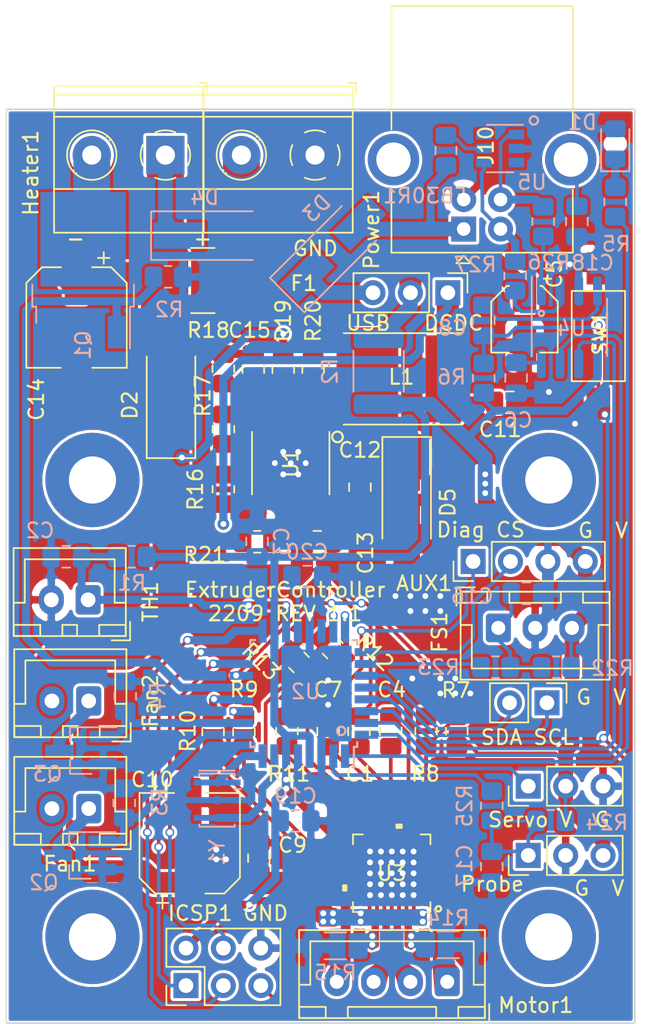
<source format=kicad_pcb>
(kicad_pcb (version 20171130) (host pcbnew "(5.1.9)-1")
  (layers (0 F.Cu signal) (31 B.Cu signal) (34 B.Paste user) (35 F.Paste user) (36 B.SilkS user) (37 F.SilkS user) (38 B.Mask user) (39 F.Mask user) (44 Edge.Cuts user))
  (net 0 "")
  (net 1 +24V)
  (net 2 "Net-(C1-Pad1)")
  (net 3 GND)
  (net 4 TH)
  (net 5 +5V)
  (net 6 "Net-(C4-Pad2)")
  (net 7 "Net-(C4-Pad1)")
  (net 8 "Net-(C5-Pad1)")
  (net 9 "Net-(C6-Pad2)")
  (net 10 "Net-(C7-Pad1)")
  (net 11 "Net-(C8-Pad2)")
  (net 12 RESET)
  (net 13 "Net-(D1-Pad1)")
  (net 14 "Net-(D3-Pad2)")
  (net 15 "Net-(F1-Pad1)")
  (net 16 MT_DET)
  (net 17 SDA)
  (net 18 SCL)
  (net 19 MOSI)
  (net 20 SCK)
  (net 21 MISO)
  (net 22 5V_USB)
  (net 23 5V_BUCK)
  (net 24 SERVO)
  (net 25 A_CS)
  (net 26 A2)
  (net 27 A1)
  (net 28 B1)
  (net 29 B2)
  (net 30 Heater_PWM)
  (net 31 Fan1_PWM)
  (net 32 Fan2_PWM)
  (net 33 LED)
  (net 34 "Net-(R7-Pad2)")
  (net 35 EN)
  (net 36 STEP)
  (net 37 "Net-(R9-Pad1)")
  (net 38 DIR)
  (net 39 "Net-(R10-Pad1)")
  (net 40 "Net-(R11-Pad1)")
  (net 41 M_TX)
  (net 42 M_RX)
  (net 43 "Net-(R14-Pad2)")
  (net 44 "Net-(R15-Pad2)")
  (net 45 FB)
  (net 46 "Net-(C15-Pad2)")
  (net 47 "Net-(R21-Pad2)")
  (net 48 BST)
  (net 49 "Net-(C15-Pad1)")
  (net 50 SW)
  (net 51 TX_MCU)
  (net 52 RX_MCU)
  (net 53 "Net-(U2-Pad8)")
  (net 54 "Net-(U2-Pad7)")
  (net 55 "Net-(U3-Pad25)")
  (net 56 "Net-(U3-Pad17)")
  (net 57 "Net-(U3-Pad12)")
  (net 58 "Net-(U3-Pad10)")
  (net 59 "Net-(U3-Pad9)")
  (net 60 "Net-(C16-Pad2)")
  (net 61 "Net-(C17-Pad2)")
  (net 62 "Net-(C18-Pad1)")
  (net 63 24VHeater)
  (net 64 "Net-(FB30R1-Pad2)")
  (net 65 D+)
  (net 66 D-)
  (net 67 Diag)
  (net 68 Probe)
  (net 69 "Net-(R26-Pad2)")
  (net 70 "Net-(R27-Pad2)")
  (net 71 "Net-(U5-Pad6)")
  (net 72 "Net-(U5-Pad3)")
  (net 73 EN_P)
  (net 74 "Net-(U2-Pad22)")
  (net 75 "Net-(U3-Pad7)")
  (net 76 "Net-(Fan1-Pad1)")
  (net 77 "Net-(Fan2-Pad1)")
  (net 78 "Net-(Heater1-Pad2)")
  (net 79 "Net-(C20-Pad2)")
  (module Capacitor_SMD:C_0805_2012Metric_Pad1.18x1.45mm_HandSolder (layer B.Cu) (at 151.4856 67.2592 180)
    (fp_text reference C20 (at 0 1.68) (layer B.SilkS) (effects (justify mirror)))
    (fp_text value 100nF)
    (pad 2 smd roundrect (at 1.0375 0 180) (size 1.175 1.45) (layers B.Cu B.Paste B.Mask) (roundrect_rratio 0.212766) (net 79 "Net-(C20-Pad2)"))
    (pad 1 smd roundrect (at -1.0375 0 180) (size 1.175 1.45) (layers B.Cu B.Paste B.Mask) (roundrect_rratio 0.212766) (net 3 GND))
  )
  (module Resistor_SMD:R_1206_3216Metric_Pad1.30x1.75mm_HandSolder (layer B.Cu) (at 153.3906 92.3036)
    (fp_text reference R15 (at 0 1.82) (layer B.SilkS) (effects (justify mirror)))
    (fp_text value 0R11)
    (pad 2 smd roundrect (at 1.55 0) (size 1.3 1.75) (layers B.Cu B.Paste B.Mask) (roundrect_rratio 0.192308) (net 44 "Net-(R15-Pad2)"))
    (pad 1 smd roundrect (at -1.55 0) (size 1.3 1.75) (layers B.Cu B.Paste B.Mask) (roundrect_rratio 0.192) (net 3 GND))
  )
  (module Resistor_SMD:R_1206_3216Metric_Pad1.30x1.75mm_HandSolder (layer B.Cu) (at 161.0614 92.2274 180)
    (fp_text reference R14 (at 0 1.82) (layer B.SilkS) (effects (justify mirror)))
    (fp_text value 0R11)
    (pad 2 smd roundrect (at 1.55 0 180) (size 1.3 1.75) (layers B.Cu B.Paste B.Mask) (roundrect_rratio 0.192308) (net 43 "Net-(R14-Pad2)"))
    (pad 1 smd roundrect (at -1.55 0 180) (size 1.3 1.75) (layers B.Cu B.Paste B.Mask) (roundrect_rratio 0.192) (net 3 GND))
  )
  (module Capacitor_SMD:C_0805_2012Metric_Pad1.18x1.45mm_HandSolder (layer B.Cu) (at 150.6982 83.82 180)
    (fp_text reference C19 (at 0 1.68) (layer B.SilkS) (effects (justify mirror)))
    (fp_text value 100nF)
    (pad 2 smd roundrect (at 1.0375 0 180) (size 1.175 1.45) (layers B.Cu B.Paste B.Mask) (roundrect_rratio 0.212766) (net 5 +5V))
    (pad 1 smd roundrect (at -1.0375 0 180) (size 1.175 1.45) (layers B.Cu B.Paste B.Mask) (roundrect_rratio 0.212766) (net 3 GND))
  )
  (module Package_SO:SOIC-8_3.9x4.9mm_P1.27mm (layer B.Cu) (at 169.291 50.3555 270)
    (fp_text reference U4 (at 0.0635 -0.127) (layer B.SilkS) (effects (justify mirror)))
    (fp_text value CH330N)
    (pad 8 smd roundrect (at 2.475 1.905 270) (size 1.95 0.6) (layers B.Cu B.Paste B.Mask) (net 9 "Net-(C6-Pad2)"))
    (pad 7 smd roundrect (at 2.475 0.635 270) (size 1.95 0.6) (layers B.Cu B.Paste B.Mask) (net 51 TX_MCU))
    (pad 6 smd roundrect (at 2.475 -0.635 270) (size 1.95 0.6) (layers B.Cu B.Paste B.Mask) (net 52 RX_MCU))
    (pad 5 smd roundrect (at 2.475 -1.905 270) (size 1.95 0.6) (layers B.Cu B.Paste B.Mask) (net 5 +5V))
    (pad 4 smd roundrect (at -2.475 -1.905 270) (size 1.95 0.6) (layers B.Cu B.Paste B.Mask) (net 11 "Net-(C8-Pad2)"))
    (pad 3 smd roundrect (at -2.475 -0.635 270) (size 1.95 0.6) (layers B.Cu B.Paste B.Mask) (net 3 GND))
    (pad 2 smd roundrect (at -2.475 0.635 270) (size 1.95 0.6) (layers B.Cu B.Paste B.Mask) (net 70 "Net-(R27-Pad2)"))
    (pad 1 smd roundrect (at -2.475 1.905 270) (size 1.95 0.6) (layers B.Cu B.Paste B.Mask) (net 69 "Net-(R26-Pad2)"))
  )
  (module Capacitor_SMD:CP_Elec_4x5.4 (layer F.Cu) (at 166.243 49.806 270)
    (fp_text reference C5 (at -3.07 -2.032 90) (layer F.SilkS))
    (fp_text value 220UF/16V)
    (pad 2 smd roundrect (at 1.8 0 270) (size 2.6 1.6) (layers F.Cu F.Paste F.Mask) (roundrect_rratio 0.156) (net 3 GND))
    (pad 1 smd roundrect (at -1.8 0 270) (size 2.6 1.6) (layers F.Cu F.Paste F.Mask) (roundrect_rratio 0.15625) (net 8 "Net-(C5-Pad1)"))
  )
  (module MountingHole:MountingHole_3.2mm_M3_Pad_TopBottom (layer F.Cu) (at 167.894 60.706)
    (fp_text reference REF** hide)
    (fp_text value MountingHole_3.2mm_M3_Pad_TopBottom hide)
    (pad 1 connect circle (at 0 0) (size 6.4 6.4) (layers B.Cu B.Mask))
    (pad 1 connect circle (at 0 0) (size 6.4 6.4) (layers F.Cu F.Mask))
    (pad 1 thru_hole circle (at 0 0) (size 3.6 3.6) (drill 3.2) (layers *.Cu *.Mask))
  )
  (module EMKiCadPackage:LED_0805_2012Metric_Pad1.15x1.40mm_HandSolder_holeInside (layer B.Cu) (at 172.4025 37.9095 90)
    (fp_text reference D1 (at 1.4605 -2.2225 180) (layer B.SilkS) (effects (justify mirror)))
    (fp_text value LED)
    (pad "" np_thru_hole oval (at 0 0 90) (size 0.8 1.2) (drill oval 0.8 1.2) (layers *.Cu *.Mask))
    (pad 2 smd roundrect (at 1.025 0 90) (size 1.15 1.4) (layers B.Cu B.Paste B.Mask) (roundrect_rratio 0.2173904347826087) (net 3 GND))
    (pad 1 smd roundrect (at -1.025 0 90) (size 1.15 1.4) (layers B.Cu B.Paste B.Mask) (roundrect_rratio 0.2173904347826087) (net 13 "Net-(D1-Pad1)"))
  )
  (module Connector_PinHeader_2.54mm:PinHeader_1x04_P2.54mm_Vertical (layer F.Cu) (at 162.7505 66.2305 90)
    (fp_text reference AUX1 (at -1.4859 -3.3147) (layer F.SilkS))
    (fp_text value A_CS)
    (pad 4 thru_hole oval (at 0 7.62 90) (size 1.7 1.7) (drill 1) (layers *.Cu *.Mask) (net 5 +5V))
    (pad 3 thru_hole oval (at 0 5.08 90) (size 1.7 1.7) (drill 1) (layers *.Cu *.Mask) (net 3 GND))
    (pad 2 thru_hole oval (at 0 2.54 90) (size 1.7 1.7) (drill 1) (layers *.Cu *.Mask) (net 25 A_CS))
    (pad 1 thru_hole rect (at 0 0 90) (size 1.7 1.7) (drill 1) (layers *.Cu *.Mask) (net 67 Diag))
  )
  (module Capacitor_SMD:C_0805_2012Metric_Pad1.18x1.45mm_HandSolder (layer B.Cu) (at 169.799 43.18 270)
    (fp_text reference C18 (at 2.794 -1.0668 180) (layer B.SilkS) (effects (justify mirror)))
    (fp_text value 4700pf)
    (pad 2 smd roundrect (at 1.0375 0 270) (size 1.175 1.45) (layers B.Cu B.Paste B.Mask) (roundrect_rratio 0.2127659574468085) (net 3 GND))
    (pad 1 smd roundrect (at -1.0375 0 270) (size 1.175 1.45) (layers B.Cu B.Paste B.Mask) (roundrect_rratio 0.2127659574468085) (net 62 "Net-(C18-Pad1)"))
  )
  (module Fuse:Fuse_2816_7142Metric_Pad3.20x4.45mm_HandSolder (layer F.Cu) (at 144.4025 47.1805 180)
    (fp_text reference F1 (at -6.8545 -0.1905) (layer F.SilkS))
    (fp_text value Fuse)
    (pad 2 smd roundrect (at 2.6 0 180) (size 3.2 4.45) (layers F.Cu F.Paste F.Mask) (roundrect_rratio 0.078125) (net 63 24VHeater))
    (pad 1 smd roundrect (at -2.6 0 180) (size 3.2 4.45) (layers F.Cu F.Paste F.Mask) (roundrect_rratio 0.078125) (net 15 "Net-(F1-Pad1)"))
  )
  (module Crystal:Resonator_SMD_muRata_CSTxExxV-3Pin_3.0x1.1mm_HandSoldering (layer B.Cu) (at 145.3642 82.423 270)
    (fp_text reference Y1 (at 3.556 0 90) (layer B.SilkS) (effects (justify mirror)))
    (fp_text value Resonator)
    (pad 3 smd rect (at 1.2 0 270) (size 0.4 3.2) (layers B.Cu B.Paste B.Mask) (net 54 "Net-(U2-Pad7)"))
    (pad 2 smd rect (at 0 0 270) (size 0.4 3.2) (layers B.Cu B.Paste B.Mask) (net 3 GND))
    (pad 1 smd rect (at -1.2 0 270) (size 0.4 3.2) (layers B.Cu B.Paste B.Mask) (net 53 "Net-(U2-Pad8)"))
  )
  (module Diode_SMD:D_SMA_Handsoldering (layer F.Cu) (at 158.242 62.19 270)
    (fp_text reference D5 (at 0.04 -2.794 90) (layer F.SilkS))
    (fp_text value US1G)
    (pad 2 smd rect (at 2.5 0 270) (size 3.5 1.8) (layers F.Cu F.Paste F.Mask) (net 3 GND))
    (pad 1 smd rect (at -2.5 0 270) (size 3.5 1.8) (layers F.Cu F.Paste F.Mask) (net 50 SW))
  )
  (module Diode_SMD:D_SMA_Handsoldering (layer B.Cu) (at 145.288 44.1325)
    (fp_text reference D4 (at -0.762 -2.6035 180) (layer B.SilkS) (effects (justify mirror)))
    (fp_text value US1G)
    (pad 2 smd rect (at 2.5 0) (size 3.5 1.8) (layers B.Cu B.Paste B.Mask) (net 3 GND))
    (pad 1 smd rect (at -2.5 0) (size 3.5 1.8) (layers B.Cu B.Paste B.Mask) (net 63 24VHeater))
  )
  (module Diode_SMD:D_SMA_Handsoldering (layer B.Cu) (at 153.2382 45.0596 45)
    (fp_text reference D3 (at 1.185394 -2.729998 45) (layer B.SilkS) (effects (justify mirror)))
    (fp_text value US1G)
    (pad 2 smd rect (at 2.5 0 45) (size 3.5 1.8) (layers B.Cu B.Paste B.Mask) (net 14 "Net-(D3-Pad2)"))
    (pad 1 smd rect (at -2.5 0 45) (size 3.5 1.8) (layers B.Cu B.Paste B.Mask) (net 22 5V_USB))
  )
  (module Diode_SMD:D_SMA_Handsoldering (layer F.Cu) (at 142.24 54.824 90)
    (fp_text reference D2 (at -0.802 -2.794 90) (layer F.SilkS))
    (fp_text value US1G)
    (pad 2 smd rect (at 2.5 0 90) (size 3.5 1.8) (layers F.Cu F.Paste F.Mask) (net 63 24VHeater))
    (pad 1 smd rect (at -2.5 0 90) (size 3.5 1.8) (layers F.Cu F.Paste F.Mask) (net 1 +24V))
  )
  (module Capacitor_SMD:C_0805_2012Metric_Pad1.18x1.45mm_HandSolder (layer F.Cu) (at 165.2485 55.4355 180)
    (fp_text reference C11 (at 0.6565 -1.8415) (layer F.SilkS))
    (fp_text value 100nf)
    (pad 2 smd roundrect (at 1.0375 0 180) (size 1.175 1.45) (layers F.Cu F.Paste F.Mask) (roundrect_rratio 0.2127659574468085) (net 23 5V_BUCK))
    (pad 1 smd roundrect (at -1.0375 0 180) (size 1.175 1.45) (layers F.Cu F.Paste F.Mask) (roundrect_rratio 0.213) (net 3 GND))
  )
  (module MountingHole:MountingHole_3.2mm_M3_Pad_TopBottom (layer F.Cu) (at 167.894 91.694)
    (fp_text reference REF** hide)
    (fp_text value MountingHole_3.2mm_M3_Pad_TopBottom hide)
    (pad 1 connect circle (at 0 0) (size 6.4 6.4) (layers B.Cu B.Mask))
    (pad 1 connect circle (at 0 0) (size 6.4 6.4) (layers F.Cu F.Mask))
    (pad 1 thru_hole circle (at 0 0) (size 3.6 3.6) (drill 3.2) (layers *.Cu *.Mask))
  )
  (module MountingHole:MountingHole_3.2mm_M3_Pad_TopBottom (layer F.Cu) (at 136.906 91.694)
    (fp_text reference REF** hide)
    (fp_text value MountingHole_3.2mm_M3_Pad_TopBottom hide)
    (pad 1 connect circle (at 0 0) (size 6.4 6.4) (layers B.Cu B.Mask))
    (pad 1 connect circle (at 0 0) (size 6.4 6.4) (layers F.Cu F.Mask))
    (pad 1 thru_hole circle (at 0 0) (size 3.6 3.6) (drill 3.2) (layers *.Cu *.Mask))
  )
  (module MountingHole:MountingHole_3.2mm_M3_Pad_TopBottom (layer F.Cu) (at 136.906 60.706)
    (fp_text reference REF** hide)
    (fp_text value MountingHole_3.2mm_M3_Pad_TopBottom hide)
    (pad 1 connect circle (at 0 0) (size 6.4 6.4) (layers B.Cu B.Mask))
    (pad 1 connect circle (at 0 0) (size 6.4 6.4) (layers F.Cu F.Mask))
    (pad 1 thru_hole circle (at 0 0) (size 3.6 3.6) (drill 3.2) (layers *.Cu *.Mask))
  )
  (module Package_TO_SOT_SMD:SOT-23-6 (layer B.Cu) (at 164.592 38.227 180)
    (fp_text reference U5 (at -2.159 -2.286) (layer B.SilkS) (effects (justify mirror)))
    (fp_text value USBLC6-2SC6)
    (pad 5 smd rect (at 1.1 0 180) (size 1.06 0.65) (layers B.Cu B.Paste B.Mask) (net 64 "Net-(FB30R1-Pad2)"))
    (pad 6 smd rect (at 1.1 0.95 180) (size 1.06 0.65) (layers B.Cu B.Paste B.Mask) (net 71 "Net-(U5-Pad6)"))
    (pad 4 smd rect (at 1.1 -0.95 180) (size 1.06 0.65) (layers B.Cu B.Paste B.Mask) (net 66 D-))
    (pad 3 smd rect (at -1.1 -0.95 180) (size 1.06 0.65) (layers B.Cu B.Paste B.Mask) (net 72 "Net-(U5-Pad3)"))
    (pad 2 smd rect (at -1.1 0 180) (size 1.06 0.65) (layers B.Cu B.Paste B.Mask) (net 3 GND))
    (pad 1 smd rect (at -1.1 0.95 180) (size 1.06 0.65) (layers B.Cu B.Paste B.Mask) (net 65 D+))
  )
  (module Resistor_SMD:R_0805_2012Metric_Pad1.20x1.40mm_HandSolder (layer B.Cu) (at 165.608 46.863 270)
    (fp_text reference R27 (at -0.762 2.7178 180) (layer B.SilkS) (effects (justify mirror)))
    (fp_text value 27R)
    (pad 2 smd roundrect (at 1 0 270) (size 1.2 1.4) (layers B.Cu B.Paste B.Mask) (roundrect_rratio 0.2083325) (net 70 "Net-(R27-Pad2)"))
    (pad 1 smd roundrect (at -1 0 270) (size 1.2 1.4) (layers B.Cu B.Paste B.Mask) (roundrect_rratio 0.2083325) (net 66 D-))
  )
  (module Resistor_SMD:R_0805_2012Metric_Pad1.20x1.40mm_HandSolder (layer B.Cu) (at 167.513 43.18 270)
    (fp_text reference R26 (at 2.7432 -0.381 180) (layer B.SilkS) (effects (justify mirror)))
    (fp_text value 27R)
    (pad 2 smd roundrect (at 1 0 270) (size 1.2 1.4) (layers B.Cu B.Paste B.Mask) (roundrect_rratio 0.2083325) (net 69 "Net-(R26-Pad2)"))
    (pad 1 smd roundrect (at -1 0 270) (size 1.2 1.4) (layers B.Cu B.Paste B.Mask) (roundrect_rratio 0.2083325) (net 65 D+))
  )
  (module Resistor_SMD:R_0805_2012Metric_Pad1.20x1.40mm_HandSolder (layer B.Cu) (at 164.0205 82.804 270)
    (fp_text reference R25 (at 0 1.8415 90) (layer B.SilkS) (effects (justify mirror)))
    (fp_text value 1K)
    (pad 2 smd roundrect (at 1 0 270) (size 1.2 1.4) (layers B.Cu B.Paste B.Mask) (roundrect_rratio 0.2083325) (net 61 "Net-(C17-Pad2)"))
    (pad 1 smd roundrect (at -1 0 270) (size 1.2 1.4) (layers B.Cu B.Paste B.Mask) (roundrect_rratio 0.2083325) (net 68 Probe))
  )
  (module Resistor_SMD:R_0805_2012Metric_Pad1.20x1.40mm_HandSolder (layer B.Cu) (at 168.021 83.82 180)
    (fp_text reference R24 (at -3.81 -0.127) (layer B.SilkS) (effects (justify mirror)))
    (fp_text value 4.7K)
    (pad 2 smd roundrect (at 1 0 180) (size 1.2 1.4) (layers B.Cu B.Paste B.Mask) (roundrect_rratio 0.2083325) (net 61 "Net-(C17-Pad2)"))
    (pad 1 smd roundrect (at -1 0 180) (size 1.2 1.4) (layers B.Cu B.Paste B.Mask) (roundrect_rratio 0.2083325) (net 5 +5V))
  )
  (module Resistor_SMD:R_0805_2012Metric_Pad1.20x1.40mm_HandSolder (layer B.Cu) (at 164.2745 73.406)
    (fp_text reference R23 (at -3.8735 0) (layer B.SilkS) (effects (justify mirror)))
    (fp_text value 1K)
    (pad 2 smd roundrect (at 1 0) (size 1.2 1.4) (layers B.Cu B.Paste B.Mask) (roundrect_rratio 0.2083325) (net 60 "Net-(C16-Pad2)"))
    (pad 1 smd roundrect (at -1 0) (size 1.2 1.4) (layers B.Cu B.Paste B.Mask) (roundrect_rratio 0.2083325) (net 16 MT_DET))
  )
  (module Resistor_SMD:R_0805_2012Metric_Pad1.20x1.40mm_HandSolder (layer B.Cu) (at 168.402 73.406 180)
    (fp_text reference R22 (at -3.81 -0.0635) (layer B.SilkS) (effects (justify mirror)))
    (fp_text value 4.7K)
    (pad 2 smd roundrect (at 1 0 180) (size 1.2 1.4) (layers B.Cu B.Paste B.Mask) (roundrect_rratio 0.2083325) (net 60 "Net-(C16-Pad2)"))
    (pad 1 smd roundrect (at -1 0 180) (size 1.2 1.4) (layers B.Cu B.Paste B.Mask) (roundrect_rratio 0.2083325) (net 5 +5V))
  )
  (module Resistor_SMD:R_0805_2012Metric_Pad1.20x1.40mm_HandSolder (layer F.Cu) (at 148.098 64.897)
    (fp_text reference R21 (at -3.572 0.889) (layer F.SilkS))
    (fp_text value 100K)
    (pad 2 smd roundrect (at 1 0) (size 1.2 1.4) (layers F.Cu F.Paste F.Mask) (roundrect_rratio 0.2083325) (net 47 "Net-(R21-Pad2)"))
    (pad 1 smd roundrect (at -1 0) (size 1.2 1.4) (layers F.Cu F.Paste F.Mask) (roundrect_rratio 0.2083325) (net 3 GND))
  )
  (module Resistor_SMD:R_0805_2012Metric_Pad1.20x1.40mm_HandSolder (layer F.Cu) (at 151.892 53.229 270)
    (fp_text reference R20 (at -3.318 0 90) (layer F.SilkS))
    (fp_text value 25K)
    (pad 2 smd roundrect (at 1 0 270) (size 1.2 1.4) (layers F.Cu F.Paste F.Mask) (roundrect_rratio 0.2083325) (net 73 EN_P))
    (pad 1 smd roundrect (at -1 0 270) (size 1.2 1.4) (layers F.Cu F.Paste F.Mask) (roundrect_rratio 0.2083325) (net 3 GND))
  )
  (module Resistor_SMD:R_0805_2012Metric_Pad1.20x1.40mm_HandSolder (layer F.Cu) (at 149.86 53.229 90)
    (fp_text reference R19 (at 3.318 0 270) (layer F.SilkS))
    (fp_text value 100K)
    (pad 2 smd roundrect (at 1 0 90) (size 1.2 1.4) (layers F.Cu F.Paste F.Mask) (roundrect_rratio 0.2083325) (net 1 +24V))
    (pad 1 smd roundrect (at -1 0 90) (size 1.2 1.4) (layers F.Cu F.Paste F.Mask) (roundrect_rratio 0.2083325) (net 73 EN_P))
  )
  (module Resistor_SMD:R_0805_2012Metric_Pad1.20x1.40mm_HandSolder (layer F.Cu) (at 145.796 53.1655 270)
    (fp_text reference R18 (at -2.6195 1.016 180) (layer F.SilkS))
    (fp_text value 100K)
    (pad 2 smd roundrect (at 1 0 270) (size 1.2 1.4) (layers F.Cu F.Paste F.Mask) (roundrect_rratio 0.2083325) (net 3 GND))
    (pad 1 smd roundrect (at -1 0 270) (size 1.2 1.4) (layers F.Cu F.Paste F.Mask) (roundrect_rratio 0.2083325) (net 46 "Net-(C15-Pad2)"))
  )
  (module Resistor_SMD:R_0805_2012Metric_Pad1.20x1.40mm_HandSolder (layer F.Cu) (at 145.796 57.261 90)
    (fp_text reference R17 (at 2.27 -1.397 270) (layer F.SilkS))
    (fp_text value 40.2K)
    (pad 2 smd roundrect (at 1 0 90) (size 1.2 1.4) (layers F.Cu F.Paste F.Mask) (roundrect_rratio 0.2083325) (net 3 GND))
    (pad 1 smd roundrect (at -1 0 90) (size 1.2 1.4) (layers F.Cu F.Paste F.Mask) (roundrect_rratio 0.2083325) (net 45 FB))
  )
  (module Resistor_SMD:R_0805_2012Metric_Pad1.20x1.40mm_HandSolder (layer F.Cu) (at 145.796 61.341 90)
    (fp_text reference R16 (at 0 -1.905 90) (layer F.SilkS))
    (fp_text value 210K)
    (pad 2 smd roundrect (at 1 0 90) (size 1.2 1.4) (layers F.Cu F.Paste F.Mask) (roundrect_rratio 0.2083325) (net 45 FB))
    (pad 1 smd roundrect (at -1 0 90) (size 1.2 1.4) (layers F.Cu F.Paste F.Mask) (roundrect_rratio 0.2083325) (net 23 5V_BUCK))
  )
  (module Resistor_SMD:R_0805_2012Metric_Pad1.20x1.40mm_HandSolder (layer F.Cu) (at 150.930893 73.079893 315)
    (fp_text reference R13 (at -1.873682 1.796051 315) (layer F.SilkS))
    (fp_text value 20K)
    (pad 2 smd roundrect (at 1 0 315) (size 1.2 1.4) (layers F.Cu F.Paste F.Mask) (roundrect_rratio 0.2083325) (net 42 M_RX))
    (pad 1 smd roundrect (at -1 0 315) (size 1.2 1.4) (layers F.Cu F.Paste F.Mask) (roundrect_rratio 0.2083325) (net 3 GND))
  )
  (module Resistor_SMD:R_0805_2012Metric_Pad1.20x1.40mm_HandSolder (layer F.Cu) (at 153.216893 72.127393 315)
    (fp_text reference R12 (at 2.212335 -1.840953 315) (layer F.SilkS))
    (fp_text value 10K)
    (pad 2 smd roundrect (at 1 0 315) (size 1.2 1.4) (layers F.Cu F.Paste F.Mask) (roundrect_rratio 0.2083325) (net 41 M_TX))
    (pad 1 smd roundrect (at -1 0 315) (size 1.2 1.4) (layers F.Cu F.Paste F.Mask) (roundrect_rratio 0.2083325) (net 42 M_RX))
  )
  (module Resistor_SMD:R_0805_2012Metric_Pad1.20x1.40mm_HandSolder (layer F.Cu) (at 150.114 77.74 90)
    (fp_text reference R11 (at -2.905 0.127 180) (layer F.SilkS))
    (fp_text value 20K)
    (pad 2 smd roundrect (at 1 0 90) (size 1.2 1.4) (layers F.Cu F.Paste F.Mask) (roundrect_rratio 0.2083325) (net 3 GND))
    (pad 1 smd roundrect (at -1 0 90) (size 1.2 1.4) (layers F.Cu F.Paste F.Mask) (roundrect_rratio 0.2083325) (net 40 "Net-(R11-Pad1)"))
  )
  (module Resistor_SMD:R_0805_2012Metric_Pad1.20x1.40mm_HandSolder (layer F.Cu) (at 145.0975 77.8035 90)
    (fp_text reference R10 (at 0.0795 -1.7145 90) (layer F.SilkS))
    (fp_text value 100R)
    (pad 2 smd roundrect (at 1 0 90) (size 1.2 1.4) (layers F.Cu F.Paste F.Mask) (roundrect_rratio 0.2083325) (net 38 DIR))
    (pad 1 smd roundrect (at -1 0 90) (size 1.2 1.4) (layers F.Cu F.Paste F.Mask) (roundrect_rratio 0.2083325) (net 39 "Net-(R10-Pad1)"))
  )
  (module Resistor_SMD:R_0805_2012Metric_Pad1.20x1.40mm_HandSolder (layer F.Cu) (at 147.193 77.8035 90)
    (fp_text reference R9 (at 2.8735 0.0127) (layer F.SilkS))
    (fp_text value 100R)
    (pad 2 smd roundrect (at 1 0 90) (size 1.2 1.4) (layers F.Cu F.Paste F.Mask) (roundrect_rratio 0.2083325) (net 36 STEP))
    (pad 1 smd roundrect (at -1 0 90) (size 1.2 1.4) (layers F.Cu F.Paste F.Mask) (roundrect_rratio 0.2083325) (net 37 "Net-(R9-Pad1)"))
  )
  (module Resistor_SMD:R_0805_2012Metric_Pad1.20x1.40mm_HandSolder (layer F.Cu) (at 159.5628 77.74 270)
    (fp_text reference R8 (at 2.905 0.0508 180) (layer F.SilkS))
    (fp_text value 100R)
    (pad 2 smd roundrect (at 1 0 270) (size 1.2 1.4) (layers F.Cu F.Paste F.Mask) (roundrect_rratio 0.2083325) (net 34 "Net-(R7-Pad2)"))
    (pad 1 smd roundrect (at -1 0 270) (size 1.2 1.4) (layers F.Cu F.Paste F.Mask) (roundrect_rratio 0.2083325) (net 35 EN))
  )
  (module Resistor_SMD:R_0805_2012Metric_Pad1.20x1.40mm_HandSolder (layer F.Cu) (at 161.6456 77.74 90)
    (fp_text reference R7 (at 2.778 -0.0635 180) (layer F.SilkS))
    (fp_text value 10k)
    (pad 2 smd roundrect (at 1 0 90) (size 1.2 1.4) (layers F.Cu F.Paste F.Mask) (roundrect_rratio 0.2083325) (net 34 "Net-(R7-Pad2)"))
    (pad 1 smd roundrect (at -1 0 90) (size 1.2 1.4) (layers F.Cu F.Paste F.Mask) (roundrect_rratio 0.2083325) (net 5 +5V))
  )
  (module Resistor_SMD:R_0805_2012Metric_Pad1.20x1.40mm_HandSolder (layer B.Cu) (at 163.4744 53.7972 270)
    (fp_text reference R6 (at -0.0762 2.1844 180) (layer B.SilkS) (effects (justify mirror)))
    (fp_text value 10K)
    (pad 2 smd roundrect (at 1 0 270) (size 1.2 1.4) (layers B.Cu B.Paste B.Mask) (roundrect_rratio 0.2083325) (net 5 +5V))
    (pad 1 smd roundrect (at -1 0 270) (size 1.2 1.4) (layers B.Cu B.Paste B.Mask) (roundrect_rratio 0.2083325) (net 12 RESET))
  )
  (module Resistor_SMD:R_0805_2012Metric_Pad1.20x1.40mm_HandSolder (layer B.Cu) (at 172.4025 41.8465 90)
    (fp_text reference R5 (at -2.8575 0.0635 180) (layer B.SilkS) (effects (justify mirror)))
    (fp_text value 1k)
    (pad 2 smd roundrect (at 1 0 90) (size 1.2 1.4) (layers B.Cu B.Paste B.Mask) (roundrect_rratio 0.2083325) (net 13 "Net-(D1-Pad1)"))
    (pad 1 smd roundrect (at -1 0 90) (size 1.2 1.4) (layers B.Cu B.Paste B.Mask) (roundrect_rratio 0.2083325) (net 33 LED))
  )
  (module Resistor_SMD:R_0805_2012Metric_Pad1.20x1.40mm_HandSolder (layer B.Cu) (at 139.1285 75.3745 270)
    (fp_text reference R4 (at 0 -2.2225 90) (layer B.SilkS) (effects (justify mirror)))
    (fp_text value 10k)
    (pad 2 smd roundrect (at 1 0 270) (size 1.2 1.4) (layers B.Cu B.Paste B.Mask) (roundrect_rratio 0.2083325) (net 32 Fan2_PWM))
    (pad 1 smd roundrect (at -1 0 270) (size 1.2 1.4) (layers B.Cu B.Paste B.Mask) (roundrect_rratio 0.2083325) (net 3 GND))
  )
  (module Resistor_SMD:R_0805_2012Metric_Pad1.20x1.40mm_HandSolder (layer B.Cu) (at 139.065 82.6135 270)
    (fp_text reference R3 (at -0.0635 -2.413 90) (layer B.SilkS) (effects (justify mirror)))
    (fp_text value 10k)
    (pad 2 smd roundrect (at 1 0 270) (size 1.2 1.4) (layers B.Cu B.Paste B.Mask) (roundrect_rratio 0.2083325) (net 31 Fan1_PWM))
    (pad 1 smd roundrect (at -1 0 270) (size 1.2 1.4) (layers B.Cu B.Paste B.Mask) (roundrect_rratio 0.2083325) (net 3 GND))
  )
  (module Resistor_SMD:R_0805_2012Metric_Pad1.20x1.40mm_HandSolder (layer B.Cu) (at 142.0495 46.9265 180)
    (fp_text reference R2 (at -0.0635 -2.2225) (layer B.SilkS) (effects (justify mirror)))
    (fp_text value 10k)
    (pad 2 smd roundrect (at 1 0 180) (size 1.2 1.4) (layers B.Cu B.Paste B.Mask) (roundrect_rratio 0.2083325) (net 30 Heater_PWM))
    (pad 1 smd roundrect (at -1 0 180) (size 1.2 1.4) (layers B.Cu B.Paste B.Mask) (roundrect_rratio 0.2083325) (net 3 GND))
  )
  (module Resistor_SMD:R_0805_2012Metric_Pad1.20x1.40mm_HandSolder (layer B.Cu) (at 139.573 65.913)
    (fp_text reference R1 (at 0 1.778) (layer B.SilkS) (effects (justify mirror)))
    (fp_text value 4.7k)
    (pad 2 smd roundrect (at 1 0) (size 1.2 1.4) (layers B.Cu B.Paste B.Mask) (roundrect_rratio 0.2083325) (net 5 +5V))
    (pad 1 smd roundrect (at -1 0) (size 1.2 1.4) (layers B.Cu B.Paste B.Mask) (roundrect_rratio 0.2083325) (net 4 TH))
  )
  (module Inductor_SMD:L_Taiyo-Yuden_NR-60xx_HandSoldering (layer F.Cu) (at 157.969 53.848 180)
    (fp_text reference L1 (at 0.0825 0.127) (layer F.SilkS))
    (fp_text value L)
    (pad 2 smd rect (at 2.775 0 180) (size 2.45 5.9) (layers F.Cu F.Paste F.Mask) (net 50 SW))
    (pad 1 smd rect (at -2.775 0 180) (size 2.45 5.9) (layers F.Cu F.Paste F.Mask) (net 23 5V_BUCK))
  )
  (module Connector_PinHeader_2.54mm:PinHeader_1x03_P2.54mm_Vertical (layer F.Cu) (at 166.497 86.1695 90)
    (fp_text reference J12 hide)
    (fp_text value Conn_Probe)
    (pad 3 thru_hole oval (at 0 5.08 90) (size 1.7 1.7) (drill 1) (layers *.Cu *.Mask) (net 5 +5V))
    (pad 2 thru_hole oval (at 0 2.54 90) (size 1.7 1.7) (drill 1) (layers *.Cu *.Mask) (net 3 GND))
    (pad 1 thru_hole rect (at 0 0 90) (size 1.7 1.7) (drill 1) (layers *.Cu *.Mask) (net 61 "Net-(C17-Pad2)"))
  )
  (module Connector_USB:USB_B_OST_USB-B1HSxx_Horizontal (layer F.Cu) (at 162.1155 43.688 90)
    (fp_text reference J10 (at 5.6625 1.5165 90) (layer F.SilkS))
    (fp_text value USB_B)
    (pad 5 thru_hole circle (at 4.71 7.27 90) (size 3.5 3.5) (drill 2.33) (layers *.Cu *.Mask) (net 62 "Net-(C18-Pad1)"))
    (pad 5 thru_hole circle (at 4.71 -4.77 90) (size 3.5 3.5) (drill 2.33) (layers *.Cu *.Mask) (net 62 "Net-(C18-Pad1)"))
    (pad 4 thru_hole circle (at 2 0 90) (size 1.7 1.7) (drill 0.92) (layers *.Cu *.Mask) (net 3 GND))
    (pad 3 thru_hole circle (at 2 2.5 90) (size 1.7 1.7) (drill 0.92) (layers *.Cu *.Mask) (net 65 D+))
    (pad 2 thru_hole circle (at 0 2.5 90) (size 1.7 1.7) (drill 0.92) (layers *.Cu *.Mask) (net 66 D-))
    (pad 1 thru_hole rect (at 0 0 90) (size 1.7 1.7) (drill 0.92) (layers *.Cu *.Mask) (net 14 "Net-(D3-Pad2)"))
  )
  (module Inductor_SMD:L_0805_2012Metric_Pad1.15x1.40mm_HandSolder (layer B.Cu) (at 160.909 38.354 90)
    (fp_text reference FB30R1 (at -3.0734 -1.4224) (layer B.SilkS) (effects (justify mirror)))
    (fp_text value Ferrite_Bead)
    (pad 2 smd roundrect (at 1.025 0 90) (size 1.15 1.4) (layers B.Cu B.Paste B.Mask) (roundrect_rratio 0.2173904347826087) (net 64 "Net-(FB30R1-Pad2)"))
    (pad 1 smd roundrect (at -1.025 0 90) (size 1.15 1.4) (layers B.Cu B.Paste B.Mask) (roundrect_rratio 0.2173904347826087) (net 14 "Net-(D3-Pad2)"))
  )
  (module Fuse:Fuse_1812_4532Metric_Pad1.30x3.40mm_HandSolder (layer B.Cu) (at 156.337 53.34 270)
    (fp_text reference F2 (at 0 3.302 90) (layer B.SilkS) (effects (justify mirror)))
    (fp_text value 5V_fuse)
    (pad 2 smd roundrect (at 2.225 0 270) (size 1.3 3.4) (layers B.Cu B.Paste B.Mask) (roundrect_rratio 0.1923069230769231) (net 5 +5V))
    (pad 1 smd roundrect (at -2.225 0 270) (size 1.3 3.4) (layers B.Cu B.Paste B.Mask) (roundrect_rratio 0.1923069230769231) (net 8 "Net-(C5-Pad1)"))
  )
  (module Capacitor_SMD:C_0805_2012Metric_Pad1.18x1.45mm_HandSolder (layer B.Cu) (at 164.0205 86.9315 90)
    (fp_text reference C17 (at 0.0635 -1.8415 90) (layer B.SilkS) (effects (justify mirror)))
    (fp_text value 0.1UF)
    (pad 2 smd roundrect (at 1.0375 0 90) (size 1.175 1.45) (layers B.Cu B.Paste B.Mask) (roundrect_rratio 0.2127659574468085) (net 61 "Net-(C17-Pad2)"))
    (pad 1 smd roundrect (at -1.0375 0 90) (size 1.175 1.45) (layers B.Cu B.Paste B.Mask) (roundrect_rratio 0.2127659574468085) (net 3 GND))
  )
  (module Capacitor_SMD:C_0805_2012Metric_Pad1.18x1.45mm_HandSolder (layer B.Cu) (at 166.37 68.3895 180)
    (fp_text reference C16 (at 3.683 -0.1905) (layer B.SilkS) (effects (justify mirror)))
    (fp_text value 0.1UF)
    (pad 2 smd roundrect (at 1.0375 0 180) (size 1.175 1.45) (layers B.Cu B.Paste B.Mask) (roundrect_rratio 0.2127659574468085) (net 60 "Net-(C16-Pad2)"))
    (pad 1 smd roundrect (at -1.0375 0 180) (size 1.175 1.45) (layers B.Cu B.Paste B.Mask) (roundrect_rratio 0.2127659574468085) (net 3 GND))
  )
  (module Capacitor_SMD:C_0805_2012Metric_Pad1.18x1.45mm_HandSolder (layer F.Cu) (at 147.828 53.1915 90)
    (fp_text reference C15 (at 2.6455 -0.254 180) (layer F.SilkS))
    (fp_text value 150pF)
    (pad 2 smd roundrect (at 1.0375 0 90) (size 1.175 1.45) (layers F.Cu F.Paste F.Mask) (roundrect_rratio 0.2127659574468085) (net 46 "Net-(C15-Pad2)"))
    (pad 1 smd roundrect (at -1.0375 0 90) (size 1.175 1.45) (layers F.Cu F.Paste F.Mask) (roundrect_rratio 0.2127659574468085) (net 49 "Net-(C15-Pad1)"))
  )
  (module Capacitor_SMD:CP_Elec_6.3x7.7 (layer F.Cu) (at 135.8265 49.6875 270)
    (fp_text reference C14 (at 5.5575 2.7305 90) (layer F.SilkS))
    (fp_text value 100uF)
    (pad 2 smd roundrect (at 2.7 0 270) (size 3.5 1.6) (layers F.Cu F.Paste F.Mask) (roundrect_rratio 0.156) (net 3 GND))
    (pad 1 smd roundrect (at -2.7 0 270) (size 3.5 1.6) (layers F.Cu F.Paste F.Mask) (roundrect_rratio 0.15625) (net 63 24VHeater))
  )
  (module Capacitor_SMD:C_0805_2012Metric_Pad1.18x1.45mm_HandSolder (layer F.Cu) (at 152.1675 64.897 180)
    (fp_text reference C13 (at -3.2805 -0.762 270) (layer F.SilkS))
    (fp_text value 100nF)
    (pad 2 smd roundrect (at 1.0375 0 180) (size 1.175 1.45) (layers F.Cu F.Paste F.Mask) (roundrect_rratio 0.2127659574468085) (net 1 +24V))
    (pad 1 smd roundrect (at -1.0375 0 180) (size 1.175 1.45) (layers F.Cu F.Paste F.Mask) (roundrect_rratio 0.2127659574468085) (net 3 GND))
  )
  (module Capacitor_SMD:C_0805_2012Metric_Pad1.18x1.45mm_HandSolder (layer F.Cu) (at 155.067 61.1925 270)
    (fp_text reference C12 (at -2.5185 0) (layer F.SilkS))
    (fp_text value 100nF)
    (pad 2 smd roundrect (at 1.0375 0 270) (size 1.175 1.45) (layers F.Cu F.Paste F.Mask) (roundrect_rratio 0.2127659574468085) (net 48 BST))
    (pad 1 smd roundrect (at -1.0375 0 270) (size 1.175 1.45) (layers F.Cu F.Paste F.Mask) (roundrect_rratio 0.2127659574468085) (net 50 SW))
  )
  (module Capacitor_SMD:CP_Elec_6.3x7.7 (layer F.Cu) (at 143.51 85.344 90)
    (fp_text reference C10 (at 4.318 -2.54 180) (layer F.SilkS))
    (fp_text value 100uF)
    (pad 2 smd roundrect (at 2.7 0 90) (size 3.5 1.6) (layers F.Cu F.Paste F.Mask) (roundrect_rratio 0.15625) (net 3 GND))
    (pad 1 smd roundrect (at -2.7 0 90) (size 3.5 1.6) (layers F.Cu F.Paste F.Mask) (roundrect_rratio 0.15625) (net 1 +24V))
  )
  (module Capacitor_SMD:C_0805_2012Metric_Pad1.18x1.45mm_HandSolder (layer F.Cu) (at 148.209 86.3561 90)
    (fp_text reference C9 (at 0.8851 2.286 180) (layer F.SilkS))
    (fp_text value 100nF)
    (pad 2 smd roundrect (at 1.0375 0 90) (size 1.175 1.45) (layers F.Cu F.Paste F.Mask) (roundrect_rratio 0.2127659574468085) (net 3 GND))
    (pad 1 smd roundrect (at -1.0375 0 90) (size 1.175 1.45) (layers F.Cu F.Paste F.Mask) (roundrect_rratio 0.2127659574468085) (net 1 +24V))
  )
  (module Capacitor_SMD:C_0805_2012Metric_Pad1.18x1.45mm_HandSolder (layer B.Cu) (at 163.4744 49.8856 90)
    (fp_text reference C8 (at -0.508 -2.1336 180) (layer B.SilkS) (effects (justify mirror)))
    (fp_text value 0.1uf)
    (pad 2 smd roundrect (at 1.0375 0 90) (size 1.175 1.45) (layers B.Cu B.Paste B.Mask) (roundrect_rratio 0.2127659574468085) (net 11 "Net-(C8-Pad2)"))
    (pad 1 smd roundrect (at -1.0375 0 90) (size 1.175 1.45) (layers B.Cu B.Paste B.Mask) (roundrect_rratio 0.2127659574468085) (net 12 RESET))
  )
  (module Capacitor_SMD:C_0805_2012Metric_Pad1.18x1.45mm_HandSolder (layer F.Cu) (at 152.908 77.766 90)
    (fp_text reference C7 (at 2.836 0 180) (layer F.SilkS))
    (fp_text value 4.7uf)
    (pad 2 smd roundrect (at 1.0375 0 90) (size 1.175 1.45) (layers F.Cu F.Paste F.Mask) (roundrect_rratio 0.2127659574468085) (net 3 GND))
    (pad 1 smd roundrect (at -1.0375 0 90) (size 1.175 1.45) (layers F.Cu F.Paste F.Mask) (roundrect_rratio 0.2127659574468085) (net 10 "Net-(C7-Pad1)"))
  )
  (module Capacitor_SMD:C_0805_2012Metric_Pad1.18x1.45mm_HandSolder (layer B.Cu) (at 165.6715 53.7845 90)
    (fp_text reference C6 (at -2.8575 0.1397 180) (layer B.SilkS) (effects (justify mirror)))
    (fp_text value 0.1UF)
    (pad 2 smd roundrect (at 1.0375 0 90) (size 1.175 1.45) (layers B.Cu B.Paste B.Mask) (roundrect_rratio 0.2127659574468085) (net 9 "Net-(C6-Pad2)"))
    (pad 1 smd roundrect (at -1.0375 0 90) (size 1.175 1.45) (layers B.Cu B.Paste B.Mask) (roundrect_rratio 0.2127659574468085) (net 3 GND))
  )
  (module Capacitor_SMD:C_0805_2012Metric_Pad1.18x1.45mm_HandSolder (layer F.Cu) (at 157.1625 77.7455 270)
    (fp_text reference C4 (at -2.8155 -0.0635 180) (layer F.SilkS))
    (fp_text value 22nf)
    (pad 2 smd roundrect (at 1.0375 0 270) (size 1.175 1.45) (layers F.Cu F.Paste F.Mask) (roundrect_rratio 0.2127659574468085) (net 6 "Net-(C4-Pad2)"))
    (pad 1 smd roundrect (at -1.0375 0 270) (size 1.175 1.45) (layers F.Cu F.Paste F.Mask) (roundrect_rratio 0.2127659574468085) (net 7 "Net-(C4-Pad1)"))
  )
  (module Capacitor_SMD:C_0805_2012Metric_Pad1.18x1.45mm_HandSolder (layer B.Cu) (at 148.082 64.8716 90)
    (fp_text reference C3 (at 0 1.68 90) (layer B.SilkS) (effects (justify mirror)))
    (fp_text value 10uf)
    (pad 2 smd roundrect (at 1.0375 0 90) (size 1.175 1.45) (layers B.Cu B.Paste B.Mask) (roundrect_rratio 0.213) (net 3 GND))
    (pad 1 smd roundrect (at -1.0375 0 90) (size 1.175 1.45) (layers B.Cu B.Paste B.Mask) (roundrect_rratio 0.2127659574468085) (net 5 +5V))
  )
  (module Capacitor_SMD:C_0805_2012Metric_Pad1.18x1.45mm_HandSolder (layer B.Cu) (at 135.128 65.913 180)
    (fp_text reference C2 (at 1.778 1.778) (layer B.SilkS) (effects (justify mirror)))
    (fp_text value 10UF)
    (pad 2 smd roundrect (at 1.0375 0 180) (size 1.175 1.45) (layers B.Cu B.Paste B.Mask) (roundrect_rratio 0.2127659574468085) (net 3 GND))
    (pad 1 smd roundrect (at -1.0375 0 180) (size 1.175 1.45) (layers B.Cu B.Paste B.Mask) (roundrect_rratio 0.2127659574468085) (net 4 TH))
  )
  (module Capacitor_SMD:C_0805_2012Metric_Pad1.18x1.45mm_HandSolder (layer F.Cu) (at 155.0035 77.766 90)
    (fp_text reference C1 (at -2.879 0.0635 180) (layer F.SilkS))
    (fp_text value 100nf)
    (pad 2 smd roundrect (at 1.0375 0 90) (size 1.175 1.45) (layers F.Cu F.Paste F.Mask) (roundrect_rratio 0.2127659574468085) (net 1 +24V))
    (pad 1 smd roundrect (at -1.0375 0 90) (size 1.175 1.45) (layers F.Cu F.Paste F.Mask) (roundrect_rratio 0.2127659574468085) (net 2 "Net-(C1-Pad1)"))
  )
  (module Tmc2209:TMC2209-LA (layer F.Cu) (at 157.226 87.376 180)
    (fp_text reference U3 (at 0 0) (layer F.SilkS))
    (fp_text value TMC2209-LA hide)
    (pad 29 smd rect (at 0 0 180) (size 3.81 3.81) (layers F.Cu F.Paste F.Mask) (net 3 GND))
    (pad 28 smd rect (at -1.5 -2.4257 180) (size 0.254 0.762) (layers F.Cu F.Paste F.Mask) (net 1 +24V))
    (pad 27 smd rect (at -1.000001 -2.4257 180) (size 0.254 0.762) (layers F.Cu F.Paste F.Mask) (net 43 "Net-(R14-Pad2)"))
    (pad 26 smd rect (at -0.499999 -2.4257 180) (size 0.254 0.762) (layers F.Cu F.Paste F.Mask) (net 28 B1))
    (pad 25 smd rect (at 0 -2.4257 180) (size 0.254 0.762) (layers F.Cu F.Paste F.Mask) (net 55 "Net-(U3-Pad25)"))
    (pad 24 smd rect (at 0.499999 -2.4257 180) (size 0.254 0.762) (layers F.Cu F.Paste F.Mask) (net 27 A1))
    (pad 23 smd rect (at 1.000001 -2.4257 180) (size 0.254 0.762) (layers F.Cu F.Paste F.Mask) (net 44 "Net-(R15-Pad2)"))
    (pad 22 smd rect (at 1.5 -2.4257 180) (size 0.254 0.762) (layers F.Cu F.Paste F.Mask) (net 1 +24V))
    (pad 21 smd rect (at 2.4257 -1.5 270) (size 0.254 0.762) (layers F.Cu F.Paste F.Mask) (net 26 A2))
    (pad 20 smd rect (at 2.4257 -1.000001 270) (size 0.254 0.762) (layers F.Cu F.Paste F.Mask) (net 3 GND))
    (pad 19 smd rect (at 2.4257 -0.499999 270) (size 0.254 0.762) (layers F.Cu F.Paste F.Mask) (net 39 "Net-(R10-Pad1)"))
    (pad 18 smd rect (at 2.4257 0 270) (size 0.254 0.762) (layers F.Cu F.Paste F.Mask) (net 3 GND))
    (pad 17 smd rect (at 2.4257 0.499999 270) (size 0.254 0.762) (layers F.Cu F.Paste F.Mask) (net 56 "Net-(U3-Pad17)"))
    (pad 16 smd rect (at 2.4257 1.000001 270) (size 0.254 0.762) (layers F.Cu F.Paste F.Mask) (net 37 "Net-(R9-Pad1)"))
    (pad 15 smd rect (at 2.4257 1.5 270) (size 0.254 0.762) (layers F.Cu F.Paste F.Mask) (net 5 +5V))
    (pad 14 smd rect (at 1.5 2.4257 180) (size 0.254 0.762) (layers F.Cu F.Paste F.Mask) (net 42 M_RX))
    (pad 13 smd rect (at 1.000001 2.4257 180) (size 0.254 0.762) (layers F.Cu F.Paste F.Mask) (net 40 "Net-(R11-Pad1)"))
    (pad 12 smd rect (at 0.499999 2.4257 180) (size 0.254 0.762) (layers F.Cu F.Paste F.Mask) (net 57 "Net-(U3-Pad12)"))
    (pad 11 smd rect (at 0 2.4257 180) (size 0.254 0.762) (layers F.Cu F.Paste F.Mask) (net 67 Diag))
    (pad 10 smd rect (at -0.499999 2.4257 180) (size 0.254 0.762) (layers F.Cu F.Paste F.Mask) (net 58 "Net-(U3-Pad10)"))
    (pad 9 smd rect (at -1.000001 2.4257 180) (size 0.254 0.762) (layers F.Cu F.Paste F.Mask) (net 59 "Net-(U3-Pad9)"))
    (pad 8 smd rect (at -1.5 2.4257 180) (size 0.254 0.762) (layers F.Cu F.Paste F.Mask) (net 10 "Net-(C7-Pad1)"))
    (pad 7 smd rect (at -2.4257 1.5 270) (size 0.254 0.762) (layers F.Cu F.Paste F.Mask) (net 75 "Net-(U3-Pad7)"))
    (pad 6 smd rect (at -2.4257 1.000001 270) (size 0.254 0.762) (layers F.Cu F.Paste F.Mask) (net 2 "Net-(C1-Pad1)"))
    (pad 5 smd rect (at -2.4257 0.499999 270) (size 0.254 0.762) (layers F.Cu F.Paste F.Mask) (net 6 "Net-(C4-Pad2)"))
    (pad 4 smd rect (at -2.4257 0 270) (size 0.254 0.762) (layers F.Cu F.Paste F.Mask) (net 7 "Net-(C4-Pad1)"))
    (pad 3 smd rect (at -2.4257 -0.499999 270) (size 0.254 0.762) (layers F.Cu F.Paste F.Mask) (net 3 GND))
    (pad 2 smd rect (at -2.4257 -1.000001 270) (size 0.254 0.762) (layers F.Cu F.Paste F.Mask) (net 34 "Net-(R7-Pad2)"))
    (pad 1 smd rect (at -2.4257 -1.5 270) (size 0.254 0.762) (layers F.Cu F.Paste F.Mask) (net 29 B2))
  )
  (module Package_QFP:TQFP-32_7x7mm_P0.8mm (layer B.Cu) (at 151.257 75.184 90)
    (fp_text reference U2 (at 0.127 0.127) (layer B.SilkS) (effects (justify mirror)))
    (fp_text value ATmega328P-AU)
    (pad 32 smd rect (at -2.8 4.25) (size 1.6 0.55) (layers B.Cu B.Paste B.Mask) (net 33 LED))
    (pad 31 smd rect (at -2 4.25) (size 1.6 0.55) (layers B.Cu B.Paste B.Mask) (net 51 TX_MCU))
    (pad 30 smd rect (at -1.2 4.25) (size 1.6 0.55) (layers B.Cu B.Paste B.Mask) (net 52 RX_MCU))
    (pad 29 smd rect (at -0.4 4.25) (size 1.6 0.55) (layers B.Cu B.Paste B.Mask) (net 12 RESET))
    (pad 28 smd rect (at 0.4 4.25) (size 1.6 0.55) (layers B.Cu B.Paste B.Mask) (net 18 SCL))
    (pad 27 smd rect (at 1.2 4.25) (size 1.6 0.55) (layers B.Cu B.Paste B.Mask) (net 17 SDA))
    (pad 26 smd rect (at 2 4.25) (size 1.6 0.55) (layers B.Cu B.Paste B.Mask) (net 16 MT_DET))
    (pad 25 smd rect (at 2.8 4.25) (size 1.6 0.55) (layers B.Cu B.Paste B.Mask) (net 25 A_CS))
    (pad 24 smd rect (at 4.25 2.8 90) (size 1.6 0.55) (layers B.Cu B.Paste B.Mask) (net 41 M_TX))
    (pad 23 smd rect (at 4.25 2 90) (size 1.6 0.55) (layers B.Cu B.Paste B.Mask) (net 42 M_RX))
    (pad 22 smd rect (at 4.25 1.2 90) (size 1.6 0.55) (layers B.Cu B.Paste B.Mask) (net 74 "Net-(U2-Pad22)"))
    (pad 21 smd rect (at 4.25 0.4 90) (size 1.6 0.55) (layers B.Cu B.Paste B.Mask) (net 3 GND))
    (pad 20 smd rect (at 4.25 -0.4 90) (size 1.6 0.55) (layers B.Cu B.Paste B.Mask) (net 79 "Net-(C20-Pad2)"))
    (pad 19 smd rect (at 4.25 -1.2 90) (size 1.6 0.55) (layers B.Cu B.Paste B.Mask) (net 4 TH))
    (pad 18 smd rect (at 4.25 -2 90) (size 1.6 0.55) (layers B.Cu B.Paste B.Mask) (net 5 +5V))
    (pad 17 smd rect (at 4.25 -2.8 90) (size 1.6 0.55) (layers B.Cu B.Paste B.Mask) (net 20 SCK))
    (pad 16 smd rect (at 2.8 -4.25) (size 1.6 0.55) (layers B.Cu B.Paste B.Mask) (net 21 MISO))
    (pad 15 smd rect (at 2 -4.25) (size 1.6 0.55) (layers B.Cu B.Paste B.Mask) (net 19 MOSI))
    (pad 14 smd rect (at 1.2 -4.25) (size 1.6 0.55) (layers B.Cu B.Paste B.Mask) (net 35 EN))
    (pad 13 smd rect (at 0.4 -4.25) (size 1.6 0.55) (layers B.Cu B.Paste B.Mask) (net 30 Heater_PWM))
    (pad 12 smd rect (at -0.4 -4.25) (size 1.6 0.55) (layers B.Cu B.Paste B.Mask) (net 38 DIR))
    (pad 11 smd rect (at -1.2 -4.25) (size 1.6 0.55) (layers B.Cu B.Paste B.Mask) (net 36 STEP))
    (pad 10 smd rect (at -2 -4.25) (size 1.6 0.55) (layers B.Cu B.Paste B.Mask) (net 32 Fan2_PWM))
    (pad 9 smd rect (at -2.8 -4.25) (size 1.6 0.55) (layers B.Cu B.Paste B.Mask) (net 31 Fan1_PWM))
    (pad 8 smd rect (at -4.25 -2.8 90) (size 1.6 0.55) (layers B.Cu B.Paste B.Mask) (net 53 "Net-(U2-Pad8)"))
    (pad 7 smd rect (at -4.25 -2 90) (size 1.6 0.55) (layers B.Cu B.Paste B.Mask) (net 54 "Net-(U2-Pad7)"))
    (pad 6 smd rect (at -4.25 -1.2 90) (size 1.6 0.55) (layers B.Cu B.Paste B.Mask) (net 5 +5V))
    (pad 5 smd rect (at -4.25 -0.4 90) (size 1.6 0.55) (layers B.Cu B.Paste B.Mask) (net 3 GND))
    (pad 4 smd rect (at -4.25 0.4 90) (size 1.6 0.55) (layers B.Cu B.Paste B.Mask) (net 5 +5V))
    (pad 3 smd rect (at -4.25 1.2 90) (size 1.6 0.55) (layers B.Cu B.Paste B.Mask) (net 3 GND))
    (pad 2 smd rect (at -4.25 2 90) (size 1.6 0.55) (layers B.Cu B.Paste B.Mask) (net 68 Probe))
    (pad 1 smd rect (at -4.25 2.8 90) (size 1.6 0.55) (layers B.Cu B.Paste B.Mask) (net 24 SERVO))
  )
  (module MPS:MP1584EN-LF-Z (layer F.Cu) (at 150.368 59.563 270)
    (fp_text reference U1 (at 0 0 90) (layer F.SilkS))
    (fp_text value MP1584EN-LF-Z hide)
    (pad EPAD smd rect (at 0 0 270) (size 2.5654 3.4544) (layers F.Cu F.Paste F.Mask) (net 3 GND))
    (pad 8 smd rect (at 2.72415 -1.905 270) (size 1.4605 0.5588) (layers F.Cu F.Paste F.Mask) (net 48 BST))
    (pad 7 smd rect (at 2.72415 -0.635 270) (size 1.4605 0.5588) (layers F.Cu F.Paste F.Mask) (net 1 +24V))
    (pad 6 smd rect (at 2.72415 0.635 270) (size 1.4605 0.5588) (layers F.Cu F.Paste F.Mask) (net 47 "Net-(R21-Pad2)"))
    (pad 5 smd rect (at 2.72415 1.905 270) (size 1.4605 0.5588) (layers F.Cu F.Paste F.Mask) (net 3 GND))
    (pad 4 smd rect (at -2.72415 1.905 270) (size 1.4605 0.5588) (layers F.Cu F.Paste F.Mask) (net 45 FB))
    (pad 3 smd rect (at -2.72415 0.635 270) (size 1.4605 0.5588) (layers F.Cu F.Paste F.Mask) (net 49 "Net-(C15-Pad1)"))
    (pad 2 smd rect (at -2.72415 -0.635 270) (size 1.4605 0.5588) (layers F.Cu F.Paste F.Mask) (net 73 EN_P))
    (pad 1 smd rect (at -2.72415 -1.905 270) (size 1.4605 0.5588) (layers F.Cu F.Paste F.Mask) (net 50 SW))
  )
  (module Button_Switch_SMD:SW_SPST_FSMSM (layer F.Cu) (at 171.2595 50.945 90)
    (fp_text reference SW1 (at 0.2085 0.127 90) (layer F.SilkS))
    (fp_text value SW_RESET)
    (pad 2 smd rect (at 4.59 0 90) (size 2.18 1.6) (layers F.Cu F.Paste F.Mask) (net 3 GND))
    (pad 1 smd rect (at -4.59 0 90) (size 2.18 1.6) (layers F.Cu F.Paste F.Mask) (net 12 RESET))
  )
  (module Package_TO_SOT_SMD:SOT-23_Handsoldering (layer B.Cu) (at 136.144 79.0575 180)
    (fp_text reference Q3 (at 2.286 -1.5875) (layer B.SilkS) (effects (justify mirror)))
    (fp_text value Q_NMOS_GSD)
    (pad 3 smd rect (at 1.5 0 180) (size 1.9 0.8) (layers B.Cu B.Paste B.Mask) (net 77 "Net-(Fan2-Pad1)"))
    (pad 2 smd rect (at -1.5 -0.95 180) (size 1.9 0.8) (layers B.Cu B.Paste B.Mask) (net 3 GND))
    (pad 1 smd rect (at -1.5 0.95 180) (size 1.9 0.8) (layers B.Cu B.Paste B.Mask) (net 32 Fan2_PWM))
  )
  (module Package_TO_SOT_SMD:SOT-23_Handsoldering (layer B.Cu) (at 136.0805 86.1695 180)
    (fp_text reference Q2 (at 2.4765 -1.8415) (layer B.SilkS) (effects (justify mirror)))
    (fp_text value Q_NMOS_GSD)
    (pad 3 smd rect (at 1.5 0 180) (size 1.9 0.8) (layers B.Cu B.Paste B.Mask) (net 76 "Net-(Fan1-Pad1)"))
    (pad 2 smd rect (at -1.5 -0.95 180) (size 1.9 0.8) (layers B.Cu B.Paste B.Mask) (net 3 GND))
    (pad 1 smd rect (at -1.5 0.95 180) (size 1.9 0.8) (layers B.Cu B.Paste B.Mask) (net 31 Fan1_PWM))
  )
  (module Package_TO_SOT_SMD:TO-252-2 (layer B.Cu) (at 136.271 46.482 90)
    (fp_text reference Q1 (at -5.08 0 270) (layer B.SilkS) (effects (justify mirror)))
    (fp_text value Q_NMOS_GDS)
    (pad 2 smd rect (at 2.1 0 90) (size 6.4 5.8) (layers B.Cu B.Mask) (net 78 "Net-(Heater1-Pad2)"))
    (pad 3 smd rect (at -4.2 -2.28 90) (size 2.2 1.2) (layers B.Cu B.Paste B.Mask) (net 3 GND))
    (pad 1 smd rect (at -4.2 2.28 90) (size 2.2 1.2) (layers B.Cu B.Paste B.Mask) (net 30 Heater_PWM))
  )
  (module TerminalBlock_Phoenix:TerminalBlock_Phoenix_MKDS-1,5-2_1x02_P5.00mm_Horizontal (layer F.Cu) (at 152.019 38.6715 180)
    (fp_text reference Power1 (at -3.8354 -5.0673 90) (layer F.SilkS))
    (fp_text value Power_In)
    (pad 2 thru_hole circle (at 5 0 180) (size 2.6 2.6) (drill 1.3) (layers *.Cu *.Mask) (net 15 "Net-(F1-Pad1)"))
    (pad 1 thru_hole rect (at 0 0 180) (size 2.6 2.6) (drill 1.3) (layers *.Cu *.Mask) (net 3 GND))
  )
  (module Connector_JST:JST_XH_B4B-XH-A_1x04_P2.50mm_Vertical (layer F.Cu) (at 160.996 94.742 180)
    (fp_text reference Motor1 (at -6.009 -1.5875) (layer F.SilkS))
    (fp_text value Conn_Stepper)
    (pad 4 thru_hole oval (at 7.5 0 180) (size 1.7 1.95) (drill 0.95) (layers *.Cu *.Mask) (net 26 A2))
    (pad 3 thru_hole oval (at 5 0 180) (size 1.7 1.95) (drill 0.95) (layers *.Cu *.Mask) (net 27 A1))
    (pad 2 thru_hole oval (at 2.5 0 180) (size 1.7 1.95) (drill 0.95) (layers *.Cu *.Mask) (net 28 B1))
    (pad 1 thru_hole roundrect (at 0 0 180) (size 1.7 1.95) (drill 0.95) (layers *.Cu *.Mask) (roundrect_rratio 0.1470588235294118) (net 29 B2))
  )
  (module Connector_PinHeader_2.54mm:PinHeader_1x03_P2.54mm_Vertical (layer F.Cu) (at 166.497 81.4705 90)
    (fp_text reference J9 hide)
    (fp_text value Conn_Servo)
    (pad 3 thru_hole oval (at 0 5.08 90) (size 1.7 1.7) (drill 1) (layers *.Cu *.Mask) (net 3 GND))
    (pad 2 thru_hole oval (at 0 2.54 90) (size 1.7 1.7) (drill 1) (layers *.Cu *.Mask) (net 5 +5V))
    (pad 1 thru_hole rect (at 0 0 90) (size 1.7 1.7) (drill 1) (layers *.Cu *.Mask) (net 24 SERVO))
  )
  (module Connector_PinHeader_2.54mm:PinHeader_1x03_P2.54mm_Vertical (layer F.Cu) (at 161.036 48.006 270)
    (fp_text reference J8 hide)
    (fp_text value PowerSelection)
    (pad 3 thru_hole oval (at 0 5.08 270) (size 1.7 1.7) (drill 1) (layers *.Cu *.Mask) (net 22 5V_USB))
    (pad 2 thru_hole oval (at 0 2.54 270) (size 1.7 1.7) (drill 1) (layers *.Cu *.Mask) (net 8 "Net-(C5-Pad1)"))
    (pad 1 thru_hole rect (at 0 0 270) (size 1.7 1.7) (drill 1) (layers *.Cu *.Mask) (net 23 5V_BUCK))
  )
  (module Connector_JST:JST_XH_B2B-XH-A_1x02_P2.50mm_Vertical (layer F.Cu) (at 136.652 75.692 180)
    (fp_text reference Fan2 (at -4.191 0 90) (layer F.SilkS))
    (fp_text value Conn_Fan2)
    (pad 2 thru_hole oval (at 2.5 0 180) (size 1.7 2) (drill 1) (layers *.Cu *.Mask) (net 1 +24V))
    (pad 1 thru_hole roundrect (at 0 0 180) (size 1.7 2) (drill 1) (layers *.Cu *.Mask) (roundrect_rratio 0.1470588235294118) (net 77 "Net-(Fan2-Pad1)"))
  )
  (module Connector_PinHeader_2.54mm:PinHeader_2x03_P2.54mm_Vertical (layer F.Cu) (at 143.256 94.996 90)
    (fp_text reference ICSP1 (at 4.9022 0.9652) (layer F.SilkS))
    (fp_text value ICSP)
    (pad 6 thru_hole oval (at 2.54 5.08 90) (size 1.7 1.7) (drill 1) (layers *.Cu *.Mask) (net 3 GND))
    (pad 5 thru_hole oval (at 0 5.08 90) (size 1.7 1.7) (drill 1) (layers *.Cu *.Mask) (net 12 RESET))
    (pad 4 thru_hole oval (at 2.54 2.54 90) (size 1.7 1.7) (drill 1) (layers *.Cu *.Mask) (net 19 MOSI))
    (pad 3 thru_hole oval (at 0 2.54 90) (size 1.7 1.7) (drill 1) (layers *.Cu *.Mask) (net 20 SCK))
    (pad 2 thru_hole oval (at 2.54 0 90) (size 1.7 1.7) (drill 1) (layers *.Cu *.Mask) (net 5 +5V))
    (pad 1 thru_hole rect (at 0 0 90) (size 1.7 1.7) (drill 1) (layers *.Cu *.Mask) (net 21 MISO))
  )
  (module Connector_PinHeader_2.54mm:PinHeader_1x02_P2.54mm_Vertical (layer F.Cu) (at 167.767 75.819 270)
    (fp_text reference I2C1 hide)
    (fp_text value Conn_I2C)
    (pad 2 thru_hole oval (at 0 2.54 270) (size 1.7 1.7) (drill 1) (layers *.Cu *.Mask) (net 17 SDA))
    (pad 1 thru_hole rect (at 0 0 270) (size 1.7 1.7) (drill 1) (layers *.Cu *.Mask) (net 18 SCL))
  )
  (module Connector_JST:JST_XH_B3B-XH-A_1x03_P2.50mm_Vertical (layer F.Cu) (at 164.465 70.739)
    (fp_text reference FS1 (at -3.9878 0.3048 90) (layer F.SilkS))
    (fp_text value Conn_MT_DET)
    (pad 3 thru_hole oval (at 5 0) (size 1.7 1.95) (drill 0.95) (layers *.Cu *.Mask) (net 5 +5V))
    (pad 2 thru_hole oval (at 2.5 0) (size 1.7 1.95) (drill 0.95) (layers *.Cu *.Mask) (net 3 GND))
    (pad 1 thru_hole roundrect (at 0 0) (size 1.7 1.95) (drill 0.95) (layers *.Cu *.Mask) (roundrect_rratio 0.1470588235294118) (net 60 "Net-(C16-Pad2)"))
  )
  (module Connector_JST:JST_XH_B2B-XH-A_1x02_P2.50mm_Vertical (layer F.Cu) (at 136.652 82.9945 180)
    (fp_text reference Fan1 (at 1.27 -3.7465) (layer F.SilkS))
    (fp_text value Conn_Fan1)
    (pad 2 thru_hole oval (at 2.5 0 180) (size 1.7 2) (drill 1) (layers *.Cu *.Mask) (net 1 +24V))
    (pad 1 thru_hole roundrect (at 0 0 180) (size 1.7 2) (drill 1) (layers *.Cu *.Mask) (roundrect_rratio 0.1470588235294118) (net 76 "Net-(Fan1-Pad1)"))
  )
  (module TerminalBlock_Phoenix:TerminalBlock_Phoenix_MKDS-1,5-2_1x02_P5.00mm_Horizontal (layer F.Cu) (at 141.859 38.6715 180)
    (fp_text reference Heater1 (at 9.144 -1.2065 90) (layer F.SilkS))
    (fp_text value Conn_Heater)
    (pad 2 thru_hole circle (at 5 0 180) (size 2.6 2.6) (drill 1.3) (layers *.Cu *.Mask) (net 78 "Net-(Heater1-Pad2)"))
    (pad 1 thru_hole rect (at 0 0 180) (size 2.6 2.6) (drill 1.3) (layers *.Cu *.Mask) (net 63 24VHeater))
  )
  (module Connector_JST:JST_XH_B2B-XH-A_1x02_P2.50mm_Vertical (layer F.Cu) (at 136.612 68.834 180)
    (fp_text reference TH1 (at -4.231 -0.127 90) (layer F.SilkS))
    (fp_text value Conn_TH)
    (pad 2 thru_hole oval (at 2.5 0 180) (size 1.7 2) (drill 1) (layers *.Cu *.Mask) (net 3 GND))
    (pad 1 thru_hole roundrect (at 0 0 180) (size 1.7 2) (drill 1) (layers *.Cu *.Mask) (roundrect_rratio 0.1470588235294118) (net 4 TH))
  )
  (gr_text "Diag CS\n" (at 163.2712 64.0842) (layer F.SilkS) (effects (font (size 1 1))))
  (gr_text "USB   DCDC" (at 158.7754 50.0634) (layer F.SilkS) (effects (font (size 1 1))))
  (gr_text "Servo V  G" (at 167.894 83.7438) (layer F.SilkS) (effects (font (size 1 1))))
  (gr_text "SDA SCL" (at 166.4462 78.1558) (layer F.SilkS) (effects (font (size 1 1))))
  (gr_text Probe (at 164.0586 88.1126) (layer F.SilkS) (effects (font (size 1 1))))
  (gr_text GND (at 148.6662 90.0938) (layer F.SilkS) (effects (font (size 1 1))))
  (gr_circle (center 166.878 36.322) (end 167.005 36.576) (layer B.SilkS) (width 0.15))
  (gr_circle (center 153.797 77.724) (end 153.543 77.597) (layer B.SilkS) (width 0.15))
  (gr_circle (center 167.386 49.403) (end 167.513 49.53) (layer B.SilkS) (width 0.15))
  (gr_circle (center 153.543 57.785) (end 153.797 58.039) (layer F.SilkS) (width 0.15))
  (gr_circle (center 160.401 89.789) (end 160.528 89.916) (layer F.SilkS) (width 0.15))
  (gr_text - (at 135.763 44.323) (layer F.SilkS) (effects (font (size 1 1))))
  (gr_text + (at 144.399 44.323) (layer F.SilkS) (effects (font (size 1 1))))
  (gr_text "ExtruderController\n2209 REV 1.1" (at 149.987 68.961) (layer F.SilkS) (effects (font (size 1 1))))
  (gr_text "G  V" (at 171.577 64.135) (layer F.SilkS) (effects (font (size 1 1))))
  (gr_text "G  V" (at 171.45 75.438) (layer F.SilkS) (effects (font (size 1 1))))
  (gr_text "G  V" (at 171.323 88.392) (layer F.SilkS) (effects (font (size 1 1))))
  (gr_text GND (at 152.0444 45.0088) (layer F.SilkS) (effects (font (size 1 1))))
  (gr_line (start 131.064 97.536) (end 131.064 35.56) (layer Edge.Cuts) (width 0.1))
  (gr_line (start 173.736 97.536) (end 131.064 97.536) (layer Edge.Cuts) (width 0.1))
  (gr_line (start 173.736 35.56) (end 173.736 97.536) (layer Edge.Cuts) (width 0.1))
  (gr_line (start 131.064 35.56) (end 173.736 35.56) (layer Edge.Cuts) (width 0.1))
  (via (at 153.2382 90.0938) (size 0.6) (drill 0.4) (layers F.Cu B.Cu) (net 1))
  (via (at 153.2382 90.6526) (size 0.6) (drill 0.4) (layers F.Cu B.Cu) (net 1))
  (via (at 152.5778 90.6526) (size 0.6) (drill 0.4) (layers F.Cu B.Cu) (net 1))
  (via (at 152.5778 90.0938) (size 0.6) (drill 0.4) (layers F.Cu B.Cu) (net 1))
  (via (at 159.3342 90.0938) (size 0.6) (drill 0.4) (layers F.Cu B.Cu) (net 1))
  (via (at 159.3342 90.6526) (size 0.6) (drill 0.4) (layers F.Cu B.Cu) (net 1))
  (via (at 155.1178 90.0938) (size 0.6) (drill 0.4) (layers F.Cu B.Cu) (net 1))
  (via (at 155.1178 90.6526) (size 0.6) (drill 0.4) (layers F.Cu B.Cu) (net 1))
  (via (at 149.86 50.8) (size 0.8) (drill 0.4) (layers F.Cu B.Cu) (net 1))
  (segment (start 151.003 64.77) (end 151.13 64.897) (width 0.55) (layer F.Cu) (net 1))
  (segment (start 151.003 62.28715) (end 151.003 64.77) (width 0.55) (layer F.Cu) (net 1))
  (segment (start 134.152 75.692) (end 134.152 82.9945) (width 2.5) (layer F.Cu) (net 1))
  (segment (start 150.749 67.183) (end 142.24 67.183) (width 1.5) (layer F.Cu) (net 1))
  (segment (start 151.13 66.802) (end 150.749 67.183) (width 1.5) (layer F.Cu) (net 1))
  (segment (start 151.13 64.897) (end 151.13 66.802) (width 1.5) (layer F.Cu) (net 1))
  (segment (start 142.24 57.324) (end 142.24 59.182) (width 2.5) (layer F.Cu) (net 1))
  (segment (start 142.24 69.215) (end 142.24 67.183) (width 2.5) (layer F.Cu) (net 1))
  (segment (start 139.1285 72.3265) (end 142.24 69.215) (width 2.5) (layer F.Cu) (net 1))
  (segment (start 135.1915 72.3265) (end 139.1285 72.3265) (width 2.5) (layer F.Cu) (net 1))
  (segment (start 134.152 73.366) (end 135.1915 72.3265) (width 2.5) (layer F.Cu) (net 1))
  (segment (start 134.152 75.692) (end 134.152 73.366) (width 2.5) (layer F.Cu) (net 1))
  (segment (start 149.86 52.229) (end 149.86 50.8) (width 0.55) (layer F.Cu) (net 1))
  (segment (start 142.24 59.182) (end 142.24 67.183) (width 2.5) (layer F.Cu) (net 1))
  (via (at 142.9766 59.182) (size 0.8) (drill 0.4) (layers F.Cu B.Cu) (net 1))
  (segment (start 143.8275 59.182) (end 144.8435 58.166) (width 0.55) (layer B.Cu) (net 1))
  (segment (start 144.8435 58.166) (end 144.8435 53.467) (width 0.55) (layer B.Cu) (net 1))
  (segment (start 147.5105 50.8) (end 149.86 50.8) (width 0.55) (layer B.Cu) (net 1))
  (segment (start 144.8435 53.467) (end 147.5105 50.8) (width 0.55) (layer B.Cu) (net 1))
  (segment (start 158.726 90.0444) (end 159.3342 90.6526) (width 0.25) (layer F.Cu) (net 1))
  (segment (start 158.726 89.8017) (end 158.726 90.0444) (width 0.25) (layer F.Cu) (net 1))
  (segment (start 155.726 90.0444) (end 155.1178 90.6526) (width 0.25) (layer F.Cu) (net 1))
  (segment (start 155.726 89.8017) (end 155.726 90.0444) (width 0.25) (layer F.Cu) (net 1))
  (segment (start 150.528 88.044) (end 152.5778 90.0938) (width 1.5) (layer F.Cu) (net 1))
  (segment (start 143.51 88.044) (end 150.528 88.044) (width 1.5) (layer F.Cu) (net 1))
  (segment (start 151.966102 66.802) (end 151.13 66.802) (width 0.25) (layer F.Cu) (net 1))
  (segment (start 155.793601 70.629499) (end 151.966102 66.802) (width 0.25) (layer F.Cu) (net 1))
  (segment (start 155.793601 75.938399) (end 155.793601 70.629499) (width 0.25) (layer F.Cu) (net 1))
  (segment (start 155.0035 76.7285) (end 155.793601 75.938399) (width 0.25) (layer F.Cu) (net 1))
  (segment (start 134.152 82.9945) (end 134.152 85.384) (width 1.5) (layer F.Cu) (net 1))
  (segment (start 134.152 85.384) (end 136.017 87.249) (width 1.5) (layer F.Cu) (net 1))
  (segment (start 136.017 87.249) (end 140.335 87.249) (width 1.5) (layer F.Cu) (net 1))
  (segment (start 141.13 88.044) (end 143.51 88.044) (width 1.5) (layer F.Cu) (net 1))
  (segment (start 140.335 87.249) (end 141.13 88.044) (width 1.5) (layer F.Cu) (net 1))
  (segment (start 143.8275 59.182) (end 142.9766 59.182) (width 0.55) (layer B.Cu) (net 1))
  (segment (start 160.2827 86.375999) (end 160.357701 86.300998) (width 0.25) (layer F.Cu) (net 2))
  (segment (start 159.6517 86.375999) (end 160.2827 86.375999) (width 0.25) (layer F.Cu) (net 2))
  (segment (start 155.0035 78.8035) (end 155.0035 79.56691) (width 0.25) (layer F.Cu) (net 2))
  (segment (start 160.357701 84.921111) (end 155.0035 79.56691) (width 0.25) (layer F.Cu) (net 2))
  (segment (start 160.357701 86.276299) (end 160.357701 84.921111) (width 0.25) (layer F.Cu) (net 2))
  (segment (start 160.2827 86.3513) (end 160.357701 86.276299) (width 0.25) (layer F.Cu) (net 2))
  (segment (start 160.2827 86.375999) (end 160.2827 86.3513) (width 0.25) (layer F.Cu) (net 2))
  (via (at 155.7528 85.9028) (size 0.6) (drill 0.4) (layers F.Cu B.Cu) (net 3))
  (via (at 149.2885 59.563) (size 0.8) (drill 0.4) (layers F.Cu B.Cu) (net 3))
  (via (at 149.86 60.325) (size 0.8) (drill 0.4) (layers F.Cu B.Cu) (net 3))
  (via (at 149.86 58.801) (size 0.8) (drill 0.4) (layers F.Cu B.Cu) (net 3))
  (via (at 150.876 58.801) (size 0.8) (drill 0.4) (layers F.Cu B.Cu) (net 3))
  (via (at 150.876 60.325) (size 0.8) (drill 0.4) (layers F.Cu B.Cu) (net 3))
  (via (at 151.384 59.563) (size 0.8) (drill 0.4) (layers F.Cu B.Cu) (net 3))
  (segment (start 150.368 59.563) (end 150.368 59.563) (width 0.55) (layer F.Cu) (net 3))
  (via (at 150.368 59.563) (size 0.8) (drill 0.4) (layers F.Cu B.Cu) (net 3))
  (via (at 156.4928 85.9028) (size 0.6) (drill 0.4) (layers F.Cu B.Cu) (net 3))
  (via (at 157.2328 85.9028) (size 0.6) (drill 0.4) (layers F.Cu B.Cu) (net 3))
  (via (at 157.9728 85.9028) (size 0.6) (drill 0.4) (layers F.Cu B.Cu) (net 3))
  (via (at 158.7128 85.9028) (size 0.6) (drill 0.4) (layers F.Cu B.Cu) (net 3))
  (via (at 155.7528 86.6428) (size 0.6) (drill 0.4) (layers F.Cu B.Cu) (net 3))
  (via (at 156.4928 86.6428) (size 0.6) (drill 0.4) (layers F.Cu B.Cu) (net 3))
  (via (at 157.2328 86.6428) (size 0.6) (drill 0.4) (layers F.Cu B.Cu) (net 3))
  (via (at 157.9728 86.6428) (size 0.6) (drill 0.4) (layers F.Cu B.Cu) (net 3))
  (via (at 158.7128 86.6428) (size 0.6) (drill 0.4) (layers F.Cu B.Cu) (net 3))
  (via (at 155.7528 87.3828) (size 0.6) (drill 0.4) (layers F.Cu B.Cu) (net 3))
  (via (at 156.4928 87.3828) (size 0.6) (drill 0.4) (layers F.Cu B.Cu) (net 3))
  (via (at 157.2328 87.3828) (size 0.6) (drill 0.4) (layers F.Cu B.Cu) (net 3))
  (via (at 157.9728 87.3828) (size 0.6) (drill 0.4) (layers F.Cu B.Cu) (net 3))
  (via (at 158.7128 87.3828) (size 0.6) (drill 0.4) (layers F.Cu B.Cu) (net 3))
  (via (at 155.7528 88.1228) (size 0.6) (drill 0.4) (layers F.Cu B.Cu) (net 3))
  (via (at 156.4928 88.1228) (size 0.6) (drill 0.4) (layers F.Cu B.Cu) (net 3))
  (via (at 157.2328 88.1228) (size 0.6) (drill 0.4) (layers F.Cu B.Cu) (net 3))
  (via (at 157.9728 88.1228) (size 0.6) (drill 0.4) (layers F.Cu B.Cu) (net 3))
  (via (at 158.7128 88.1228) (size 0.6) (drill 0.4) (layers F.Cu B.Cu) (net 3))
  (via (at 155.7528 88.8628) (size 0.6) (drill 0.4) (layers F.Cu B.Cu) (net 3))
  (via (at 156.4928 88.8628) (size 0.6) (drill 0.4) (layers F.Cu B.Cu) (net 3))
  (via (at 157.2328 88.8628) (size 0.6) (drill 0.4) (layers F.Cu B.Cu) (net 3))
  (via (at 157.9728 88.8628) (size 0.6) (drill 0.4) (layers F.Cu B.Cu) (net 3))
  (via (at 158.7128 88.8628) (size 0.6) (drill 0.4) (layers F.Cu B.Cu) (net 3))
  (segment (start 157.725999 87.875999) (end 157.226 87.376) (width 0.25) (layer F.Cu) (net 3))
  (segment (start 159.6517 87.875999) (end 157.725999 87.875999) (width 0.25) (layer F.Cu) (net 3))
  (segment (start 155.746 87.376) (end 155.7528 87.3828) (width 0.25) (layer F.Cu) (net 3))
  (segment (start 154.8003 87.376) (end 155.746 87.376) (width 0.25) (layer F.Cu) (net 3))
  (segment (start 155.499599 88.376001) (end 155.7528 88.1228) (width 0.25) (layer F.Cu) (net 3))
  (segment (start 154.8003 88.376001) (end 155.499599 88.376001) (width 0.25) (layer F.Cu) (net 3))
  (segment (start 167.8305 69.8735) (end 166.965 70.739) (width 0.8) (layer B.Cu) (net 3))
  (segment (start 167.8305 66.2305) (end 167.8305 69.8735) (width 0.8) (layer B.Cu) (net 3))
  (segment (start 152.457 77.164826) (end 152.457 79.434) (width 0.55) (layer B.Cu) (net 3))
  (segment (start 151.657 76.364826) (end 152.457 77.164826) (width 0.55) (layer B.Cu) (net 3))
  (segment (start 151.657 70.934) (end 151.657 76.364826) (width 0.55) (layer B.Cu) (net 3))
  (segment (start 155.7528 85.6798) (end 155.7528 85.9028) (width 0.55) (layer B.Cu) (net 3))
  (segment (start 150.857 79.434) (end 150.857 80.784) (width 0.55) (layer B.Cu) (net 3))
  (segment (start 152.457 82.366) (end 152.448 82.375) (width 0.55) (layer B.Cu) (net 3))
  (segment (start 152.457 79.434) (end 152.457 82.366) (width 0.55) (layer B.Cu) (net 3))
  (segment (start 150.857 80.784) (end 152.448 82.375) (width 0.55) (layer B.Cu) (net 3))
  (via (at 151.6888 69.85) (size 0.6) (drill 0.4) (layers F.Cu B.Cu) (net 3))
  (via (at 152.908 75.946) (size 0.6) (drill 0.4) (layers F.Cu B.Cu) (net 3))
  (segment (start 152.908 75.946) (end 152.908 76.7285) (width 0.55) (layer F.Cu) (net 3))
  (via (at 145.9738 86.4362) (size 0.6) (drill 0.4) (layers F.Cu B.Cu) (net 3))
  (via (at 145.3134 86.4362) (size 0.6) (drill 0.4) (layers F.Cu B.Cu) (net 3))
  (via (at 145.3134 85.7758) (size 0.6) (drill 0.4) (layers F.Cu B.Cu) (net 3))
  (via (at 169.3164 46.0756) (size 0.6) (drill 0.4) (layers F.Cu B.Cu) (net 3))
  (via (at 160.528 74.168) (size 0.6) (drill 0.4) (layers F.Cu B.Cu) (net 3))
  (via (at 160.528 75.184) (size 0.6) (drill 0.4) (layers F.Cu B.Cu) (net 3))
  (via (at 161.544 74.168) (size 0.6) (drill 0.4) (layers F.Cu B.Cu) (net 3))
  (via (at 161.544 75.184) (size 0.6) (drill 0.4) (layers F.Cu B.Cu) (net 3))
  (via (at 162.56 75.184) (size 0.6) (drill 0.4) (layers F.Cu B.Cu) (net 3))
  (via (at 158.496 68.58) (size 0.6) (drill 0.4) (layers F.Cu B.Cu) (net 3))
  (via (at 159.512 68.58) (size 0.6) (drill 0.4) (layers F.Cu B.Cu) (net 3))
  (via (at 160.528 68.58) (size 0.6) (drill 0.4) (layers F.Cu B.Cu) (net 3))
  (via (at 160.528 69.596) (size 0.6) (drill 0.4) (layers F.Cu B.Cu) (net 3))
  (via (at 159.512 69.596) (size 0.6) (drill 0.4) (layers F.Cu B.Cu) (net 3))
  (via (at 158.496 69.596) (size 0.6) (drill 0.4) (layers F.Cu B.Cu) (net 3))
  (via (at 157.48 68.58) (size 0.6) (drill 0.4) (layers F.Cu B.Cu) (net 3))
  (via (at 169.672 56.896) (size 0.6) (drill 0.4) (layers F.Cu B.Cu) (net 3))
  (via (at 152.908 74.295) (size 0.6) (drill 0.4) (layers F.Cu B.Cu) (net 3))
  (via (at 167.894 54.737) (size 0.6) (drill 0.4) (layers F.Cu B.Cu) (net 3))
  (via (at 158.623 74.168) (size 0.6) (drill 0.4) (layers F.Cu B.Cu) (net 3))
  (segment (start 148.463 62.28715) (end 148.463 61.3918) (width 0.55) (layer F.Cu) (net 3))
  (segment (start 149.5298 60.325) (end 149.86 60.325) (width 0.55) (layer F.Cu) (net 3))
  (segment (start 148.463 61.3918) (end 149.5298 60.325) (width 0.55) (layer F.Cu) (net 3))
  (segment (start 138.573 65.913) (end 136.1655 65.913) (width 0.55) (layer B.Cu) (net 4))
  (segment (start 136.1655 68.3875) (end 136.612 68.834) (width 0.55) (layer B.Cu) (net 4))
  (segment (start 136.1655 65.913) (end 136.1655 68.3875) (width 0.55) (layer B.Cu) (net 4))
  (segment (start 150.057 70.8725) (end 150.0505 70.866) (width 0.55) (layer B.Cu) (net 4))
  (segment (start 150.057 70.934) (end 150.057 70.8725) (width 0.55) (layer B.Cu) (net 4))
  (segment (start 150.0505 70.866) (end 150.0505 69.215) (width 0.55) (layer B.Cu) (net 4))
  (segment (start 150.0505 69.215) (end 150.0505 69.215) (width 0.55) (layer B.Cu) (net 4))
  (via (at 150.0505 69.215) (size 0.6) (drill 0.4) (layers F.Cu B.Cu) (net 4))
  (via (at 147.5105 69.215) (size 0.6) (drill 0.4) (layers F.Cu B.Cu) (net 4))
  (segment (start 136.612 68.834) (end 144.0815 68.834) (width 0.55) (layer B.Cu) (net 4))
  (segment (start 150.0505 69.215) (end 147.5105 69.215) (width 0.55) (layer F.Cu) (net 4))
  (segment (start 144.4625 69.215) (end 144.0815 68.834) (width 0.55) (layer B.Cu) (net 4))
  (segment (start 147.5105 69.215) (end 144.4625 69.215) (width 0.55) (layer B.Cu) (net 4))
  (via (at 150.0505 81.026) (size 0.6) (drill 0.4) (layers F.Cu B.Cu) (net 5))
  (segment (start 161.6456 78.74) (end 162.56 78.74) (width 0.25) (layer F.Cu) (net 5))
  (segment (start 162.56 78.74) (end 163.068 79.248) (width 0.25) (layer F.Cu) (net 5))
  (segment (start 163.068 79.248) (end 168.3385 79.248) (width 0.25) (layer F.Cu) (net 5))
  (segment (start 169.1894 80.0989) (end 169.1894 81.2546) (width 0.25) (layer F.Cu) (net 5))
  (segment (start 168.3385 79.248) (end 169.1894 80.0989) (width 0.25) (layer F.Cu) (net 5))
  (segment (start 169.402 70.802) (end 169.465 70.739) (width 0.25) (layer B.Cu) (net 5))
  (segment (start 169.402 73.406) (end 169.402 70.802) (width 0.25) (layer B.Cu) (net 5))
  (segment (start 169.021 81.4865) (end 169.037 81.4705) (width 0.25) (layer B.Cu) (net 5))
  (segment (start 169.021 83.82) (end 169.021 81.4865) (width 0.25) (layer B.Cu) (net 5))
  (segment (start 171.196 53.8055) (end 168.9945 56.007) (width 0.55) (layer B.Cu) (net 5))
  (segment (start 171.196 52.8305) (end 171.196 53.8055) (width 0.55) (layer B.Cu) (net 5))
  (segment (start 168.9945 56.007) (end 164.227 56.007) (width 0.55) (layer B.Cu) (net 5))
  (segment (start 149.257 70.934) (end 149.257 72.168) (width 0.55) (layer B.Cu) (net 5))
  (segment (start 150.057 79.434) (end 150.057 81.0195) (width 0.55) (layer B.Cu) (net 5))
  (via (at 163.576 60.325) (size 0.6) (drill 0.4) (layers F.Cu B.Cu) (net 5))
  (via (at 163.576 61.595) (size 0.6) (drill 0.4) (layers F.Cu B.Cu) (net 5))
  (segment (start 159.8955 55.565) (end 162.27425 57.94375) (width 1) (layer B.Cu) (net 5))
  (via (at 163.576 60.96) (size 0.6) (drill 0.4) (layers F.Cu B.Cu) (net 5))
  (segment (start 170.3705 69.8335) (end 169.465 70.739) (width 1) (layer F.Cu) (net 5))
  (segment (start 170.3705 66.2305) (end 170.3705 69.8335) (width 1) (layer F.Cu) (net 5))
  (segment (start 169.465 70.739) (end 169.465 78.6295) (width 1) (layer F.Cu) (net 5))
  (segment (start 169.037 79.0575) (end 169.037 81.4705) (width 1) (layer F.Cu) (net 5))
  (segment (start 169.465 78.6295) (end 169.037 79.0575) (width 1) (layer F.Cu) (net 5))
  (segment (start 169.037 81.4705) (end 169.037 82.677) (width 1) (layer F.Cu) (net 5))
  (segment (start 171.577 85.217) (end 171.577 86.1695) (width 1) (layer F.Cu) (net 5))
  (segment (start 169.037 82.677) (end 171.577 85.217) (width 1) (layer F.Cu) (net 5))
  (segment (start 149.257 77.248) (end 150.057 78.048) (width 0.55) (layer B.Cu) (net 5))
  (segment (start 149.257 70.934) (end 149.257 77.248) (width 0.55) (layer B.Cu) (net 5))
  (segment (start 150.057 78.048) (end 150.057 79.434) (width 0.55) (layer B.Cu) (net 5))
  (segment (start 151.5682 78.048) (end 151.657 78.1368) (width 0.55) (layer B.Cu) (net 5))
  (segment (start 150.057 78.048) (end 151.5682 78.048) (width 0.55) (layer B.Cu) (net 5))
  (segment (start 151.657 78.1368) (end 151.657 79.434) (width 0.55) (layer B.Cu) (net 5))
  (segment (start 164.211 56.007) (end 162.27425 57.94375) (width 0.55) (layer B.Cu) (net 5))
  (segment (start 164.227 56.007) (end 164.211 56.007) (width 0.55) (layer B.Cu) (net 5))
  (segment (start 168.820499 64.680499) (end 170.3705 66.2305) (width 1) (layer F.Cu) (net 5))
  (segment (start 166.096497 64.680499) (end 168.820499 64.680499) (width 1) (layer F.Cu) (net 5))
  (segment (start 163.576 62.160002) (end 166.096497 64.680499) (width 1) (layer F.Cu) (net 5))
  (segment (start 163.576 61.595) (end 163.576 62.160002) (width 1) (layer F.Cu) (net 5))
  (segment (start 163.576 59.2455) (end 162.27425 57.94375) (width 1) (layer B.Cu) (net 5))
  (segment (start 163.576 60.325) (end 163.576 59.2455) (width 1) (layer B.Cu) (net 5))
  (segment (start 160.147 55.8165) (end 159.8955 55.565) (width 0.55) (layer B.Cu) (net 5))
  (segment (start 158.562 55.565) (end 159.8955 55.565) (width 1) (layer B.Cu) (net 5))
  (segment (start 156.337 55.565) (end 158.562 55.565) (width 1) (layer B.Cu) (net 5))
  (via (at 147.5486 89.5096) (size 0.6) (drill 0.4) (layers F.Cu B.Cu) (net 5))
  (segment (start 146.2024 89.5096) (end 143.256 92.456) (width 0.55) (layer F.Cu) (net 5))
  (segment (start 147.5486 89.5096) (end 146.2024 89.5096) (width 0.55) (layer F.Cu) (net 5))
  (segment (start 150.0632 81.661) (end 149.3266 82.3976) (width 0.55) (layer B.Cu) (net 5))
  (segment (start 149.3266 87.7316) (end 147.5486 89.5096) (width 0.55) (layer B.Cu) (net 5))
  (via (at 150.0632 81.6356) (size 0.6) (drill 0.4) (layers F.Cu B.Cu) (net 5))
  (segment (start 150.0632 81.6356) (end 154.1018 85.6742) (width 0.55) (layer F.Cu) (net 5))
  (segment (start 149.4282 83.82) (end 149.3266 83.9216) (width 0.55) (layer B.Cu) (net 5))
  (segment (start 149.6607 83.82) (end 149.4282 83.82) (width 0.55) (layer B.Cu) (net 5))
  (segment (start 149.3266 83.9216) (end 149.3266 87.7316) (width 0.55) (layer B.Cu) (net 5))
  (segment (start 149.3266 82.3976) (end 149.3266 83.9216) (width 0.55) (layer B.Cu) (net 5))
  (segment (start 163.4744 55.2544) (end 164.227 56.007) (width 0.25) (layer B.Cu) (net 5))
  (segment (start 163.4744 54.7972) (end 163.4744 55.2544) (width 0.25) (layer B.Cu) (net 5))
  (segment (start 159.4905 64.9263) (end 158.5038 65.913) (width 0.55) (layer B.Cu) (net 5))
  (segment (start 159.4905 56.4935) (end 159.4905 64.9263) (width 0.55) (layer B.Cu) (net 5))
  (segment (start 158.562 55.565) (end 159.4905 56.4935) (width 0.55) (layer B.Cu) (net 5))
  (segment (start 149.257 65.9572) (end 149.3012 65.913) (width 0.55) (layer B.Cu) (net 5))
  (segment (start 149.257 70.934) (end 149.257 65.9572) (width 0.55) (layer B.Cu) (net 5))
  (segment (start 149.3012 65.913) (end 140.573 65.913) (width 0.55) (layer B.Cu) (net 5))
  (segment (start 158.5038 65.913) (end 149.3012 65.913) (width 0.55) (layer B.Cu) (net 5))
  (segment (start 160.419108 86.876001) (end 159.6517 86.876001) (width 0.25) (layer F.Cu) (net 6))
  (segment (start 160.807711 86.487398) (end 160.419108 86.876001) (width 0.25) (layer F.Cu) (net 6))
  (segment (start 160.80771 84.692898) (end 160.807711 86.487398) (width 0.25) (layer F.Cu) (net 6))
  (segment (start 157.1625 81.047688) (end 160.80771 84.692898) (width 0.25) (layer F.Cu) (net 6))
  (segment (start 157.1625 78.783) (end 157.1625 81.047688) (width 0.25) (layer F.Cu) (net 6))
  (segment (start 157.1625 76.708) (end 157.5435 76.708) (width 0.25) (layer F.Cu) (net 7))
  (segment (start 160.555519 87.376) (end 159.6517 87.376) (width 0.25) (layer F.Cu) (net 7))
  (segment (start 161.25772 86.673797) (end 160.555519 87.376) (width 0.25) (layer F.Cu) (net 7))
  (segment (start 161.25772 84.42272) (end 161.25772 86.673797) (width 0.25) (layer F.Cu) (net 7))
  (segment (start 158.369 81.534) (end 161.25772 84.42272) (width 0.25) (layer F.Cu) (net 7))
  (segment (start 158.369 77.9145) (end 158.369 81.534) (width 0.25) (layer F.Cu) (net 7))
  (segment (start 157.1625 76.708) (end 158.369 77.9145) (width 0.25) (layer F.Cu) (net 7))
  (segment (start 158.496 48.006) (end 158.496 46.7995) (width 1.5) (layer F.Cu) (net 8))
  (segment (start 158.496 46.7995) (end 159.4485 45.847) (width 1.5) (layer F.Cu) (net 8))
  (segment (start 164.084 45.847) (end 166.243 48.006) (width 1.5) (layer F.Cu) (net 8))
  (segment (start 159.4485 45.847) (end 164.084 45.847) (width 1.5) (layer F.Cu) (net 8))
  (segment (start 158.496 48.956) (end 156.337 51.115) (width 1) (layer B.Cu) (net 8))
  (segment (start 158.496 48.006) (end 158.496 48.956) (width 1) (layer B.Cu) (net 8))
  (segment (start 167.3025 52.747) (end 167.386 52.8305) (width 0.25) (layer B.Cu) (net 9))
  (segment (start 165.6715 52.747) (end 167.3025 52.747) (width 0.25) (layer B.Cu) (net 9))
  (segment (start 154.20975 80.10525) (end 152.908 78.8035) (width 0.25) (layer F.Cu) (net 10))
  (segment (start 154.65425 80.10525) (end 154.20975 80.10525) (width 0.25) (layer F.Cu) (net 10))
  (segment (start 158.726 84.177) (end 154.65425 80.10525) (width 0.25) (layer F.Cu) (net 10))
  (segment (start 158.726 84.9503) (end 158.726 84.177) (width 0.25) (layer F.Cu) (net 10))
  (segment (start 171.196 49.149) (end 171.196 47.8805) (width 0.25) (layer B.Cu) (net 11))
  (segment (start 170.55549 49.78951) (end 171.196 49.149) (width 0.25) (layer B.Cu) (net 11))
  (segment (start 164.41581 49.78951) (end 170.55549 49.78951) (width 0.25) (layer B.Cu) (net 11))
  (segment (start 163.4744 48.8481) (end 164.41581 49.78951) (width 0.25) (layer B.Cu) (net 11))
  (via (at 171.2595 50.2285) (size 0.6) (drill 0.4) (layers F.Cu B.Cu) (net 12))
  (segment (start 155.507 75.584) (end 157.12223 75.584) (width 0.25) (layer B.Cu) (net 12))
  (segment (start 157.12223 75.584) (end 160.0077 78.46947) (width 0.25) (layer B.Cu) (net 12))
  (segment (start 171.87797 58.30953) (end 171.87797 58.08597) (width 0.25) (layer B.Cu) (net 12))
  (via (at 171.704 56.261) (size 0.6) (drill 0.4) (layers F.Cu B.Cu) (net 12))
  (segment (start 171.87797 56.43497) (end 171.704 56.261) (width 0.25) (layer B.Cu) (net 12))
  (segment (start 171.87797 58.30953) (end 171.87797 56.43497) (width 0.25) (layer B.Cu) (net 12))
  (segment (start 171.2595 50.2285) (end 171.2595 55.535) (width 0.25) (layer F.Cu) (net 12))
  (segment (start 170.97627 78.46947) (end 171.00167 78.46947) (width 0.25) (layer B.Cu) (net 12))
  (segment (start 171.36493 78.46947) (end 170.97627 78.46947) (width 0.25) (layer B.Cu) (net 12))
  (segment (start 171.87797 77.95643) (end 171.6151 78.2193) (width 0.25) (layer B.Cu) (net 12))
  (segment (start 171.87797 58.30953) (end 171.87797 77.95643) (width 0.25) (layer B.Cu) (net 12))
  (segment (start 171.6151 78.2193) (end 171.36493 78.46947) (width 0.25) (layer B.Cu) (net 12))
  (via (at 171.6151 78.2193) (size 0.6) (drill 0.4) (layers F.Cu B.Cu) (net 12))
  (segment (start 171.36493 78.46947) (end 171.87797 77.95643) (width 0.25) (layer B.Cu) (net 12))
  (segment (start 170.78073 78.46947) (end 171.36493 78.46947) (width 0.25) (layer B.Cu) (net 12))
  (segment (start 160.0077 78.46947) (end 170.78073 78.46947) (width 0.25) (layer B.Cu) (net 12))
  (segment (start 170.78073 78.46947) (end 170.97627 78.46947) (width 0.25) (layer B.Cu) (net 12))
  (segment (start 173.0756 79.6798) (end 171.6151 78.2193) (width 0.25) (layer F.Cu) (net 12))
  (segment (start 169.291 96.5454) (end 173.0756 92.7608) (width 0.25) (layer F.Cu) (net 12))
  (segment (start 173.0756 92.7608) (end 173.0756 79.6798) (width 0.25) (layer F.Cu) (net 12))
  (segment (start 149.8854 96.5454) (end 169.291 96.5454) (width 0.25) (layer F.Cu) (net 12))
  (segment (start 148.336 94.996) (end 149.8854 96.5454) (width 0.25) (layer F.Cu) (net 12))
  (segment (start 171.2595 50.2285) (end 171.1325 50.3555) (width 0.25) (layer B.Cu) (net 12))
  (segment (start 163.4744 52.7972) (end 163.4744 50.9231) (width 0.25) (layer B.Cu) (net 12))
  (segment (start 165.6588 50.3682) (end 171.1198 50.3682) (width 0.25) (layer B.Cu) (net 12))
  (segment (start 171.1198 50.3682) (end 171.2595 50.2285) (width 0.25) (layer B.Cu) (net 12))
  (segment (start 165.1039 50.9231) (end 165.6588 50.3682) (width 0.25) (layer B.Cu) (net 12))
  (segment (start 163.4744 50.9231) (end 165.1039 50.9231) (width 0.25) (layer B.Cu) (net 12))
  (segment (start 172.4025 38.9345) (end 172.4025 40.8465) (width 0.55) (layer B.Cu) (net 13))
  (segment (start 155.402134 43.688) (end 155.005967 43.291833) (width 1) (layer B.Cu) (net 14))
  (segment (start 160.909 39.379) (end 160.909 39.7764) (width 0.55) (layer B.Cu) (net 14))
  (segment (start 160.909 39.7764) (end 159.8676 40.8178) (width 0.55) (layer B.Cu) (net 14))
  (segment (start 159.8676 40.8178) (end 159.8676 43.688) (width 0.55) (layer B.Cu) (net 14))
  (segment (start 159.8676 43.688) (end 155.402134 43.688) (width 1) (layer B.Cu) (net 14))
  (segment (start 162.1155 43.688) (end 159.8676 43.688) (width 1) (layer B.Cu) (net 14))
  (segment (start 147.019 47.164) (end 147.0025 47.1805) (width 2.5) (layer F.Cu) (net 15))
  (segment (start 147.019 38.6715) (end 147.019 47.164) (width 2.5) (layer F.Cu) (net 15))
  (segment (start 163.0525 73.184) (end 163.2745 73.406) (width 0.25) (layer B.Cu) (net 16))
  (segment (start 155.507 73.184) (end 163.0525 73.184) (width 0.25) (layer B.Cu) (net 16))
  (segment (start 155.507 73.984) (end 156.79505 73.984) (width 0.25) (layer B.Cu) (net 17))
  (segment (start 156.79505 73.984) (end 160.3805 77.56945) (width 0.25) (layer B.Cu) (net 17))
  (segment (start 160.3805 77.56945) (end 164.36555 77.56945) (width 0.25) (layer B.Cu) (net 17))
  (segment (start 165.227 76.708) (end 165.227 75.819) (width 0.25) (layer B.Cu) (net 17))
  (segment (start 164.36555 77.56945) (end 165.227 76.708) (width 0.25) (layer B.Cu) (net 17))
  (segment (start 155.507 74.784) (end 156.95864 74.784) (width 0.25) (layer B.Cu) (net 18))
  (segment (start 156.95864 74.784) (end 160.1941 78.01946) (width 0.25) (layer B.Cu) (net 18))
  (segment (start 160.1941 78.01946) (end 167.09054 78.01946) (width 0.25) (layer B.Cu) (net 18))
  (segment (start 167.767 77.343) (end 167.767 75.819) (width 0.25) (layer B.Cu) (net 18))
  (segment (start 167.09054 78.01946) (end 167.767 77.343) (width 0.25) (layer B.Cu) (net 18))
  (via (at 142.1638 84.6074) (size 0.6) (drill 0.4) (layers F.Cu B.Cu) (net 19))
  (via (at 145.1102 73.1774) (size 0.6) (drill 0.4) (layers F.Cu B.Cu) (net 19))
  (segment (start 145.1168 73.184) (end 145.1102 73.1774) (width 0.55) (layer B.Cu) (net 19))
  (segment (start 147.007 73.184) (end 145.1168 73.184) (width 0.55) (layer B.Cu) (net 19))
  (segment (start 142.1638 76.1238) (end 145.1102 73.1774) (width 0.25) (layer F.Cu) (net 19))
  (segment (start 142.1638 84.6074) (end 142.1638 76.1238) (width 0.25) (layer F.Cu) (net 19))
  (segment (start 142.1638 84.6074) (end 142.1638 89.916) (width 0.25) (layer B.Cu) (net 19))
  (segment (start 142.1638 89.916) (end 143.1544 90.9066) (width 0.25) (layer B.Cu) (net 19))
  (segment (start 143.1544 90.9066) (end 145.161 90.9066) (width 0.25) (layer B.Cu) (net 19))
  (segment (start 145.796 91.5416) (end 145.796 92.456) (width 0.25) (layer B.Cu) (net 19))
  (segment (start 145.161 90.9066) (end 145.796 91.5416) (width 0.25) (layer B.Cu) (net 19))
  (via (at 140.6398 84.6074) (size 0.6) (drill 0.4) (layers F.Cu B.Cu) (net 20))
  (via (at 143.3576 71.5772) (size 0.6) (drill 0.4) (layers F.Cu B.Cu) (net 20))
  (segment (start 148.457 70.934) (end 146.5916 70.934) (width 0.55) (layer B.Cu) (net 20))
  (segment (start 146.5916 70.934) (end 145.9484 71.5772) (width 0.55) (layer B.Cu) (net 20))
  (segment (start 145.9484 71.5772) (end 143.3576 71.5772) (width 0.55) (layer B.Cu) (net 20))
  (segment (start 140.6398 74.295) (end 140.6398 84.6074) (width 0.25) (layer F.Cu) (net 20))
  (segment (start 143.3576 71.5772) (end 140.6398 74.295) (width 0.25) (layer F.Cu) (net 20))
  (segment (start 141.605 96.266) (end 140.93358 95.59458) (width 0.25) (layer B.Cu) (net 20))
  (segment (start 144.8562 96.266) (end 141.605 96.266) (width 0.25) (layer B.Cu) (net 20))
  (segment (start 145.796 95.3262) (end 144.8562 96.266) (width 0.25) (layer B.Cu) (net 20))
  (segment (start 145.796 94.996) (end 145.796 95.3262) (width 0.25) (layer B.Cu) (net 20))
  (segment (start 140.6398 89.5604) (end 140.93358 89.85418) (width 0.25) (layer B.Cu) (net 20))
  (segment (start 140.6398 84.6074) (end 140.6398 89.5604) (width 0.25) (layer B.Cu) (net 20))
  (segment (start 140.93358 95.59458) (end 140.93358 89.85418) (width 0.25) (layer B.Cu) (net 20))
  (via (at 141.4018 85.598) (size 0.6) (drill 0.4) (layers F.Cu B.Cu) (net 21))
  (via (at 144.272 72.39) (size 0.6) (drill 0.4) (layers F.Cu B.Cu) (net 21))
  (segment (start 144.278 72.384) (end 144.272 72.39) (width 0.55) (layer B.Cu) (net 21))
  (segment (start 147.007 72.384) (end 144.278 72.384) (width 0.55) (layer B.Cu) (net 21))
  (segment (start 143.256 94.996) (end 142.156 94.996) (width 0.25) (layer B.Cu) (net 21))
  (segment (start 141.4018 75.2602) (end 141.6558 75.0062) (width 0.25) (layer F.Cu) (net 21))
  (segment (start 141.4018 85.598) (end 141.4018 75.2602) (width 0.25) (layer F.Cu) (net 21))
  (segment (start 144.272 72.39) (end 141.6558 75.0062) (width 0.25) (layer F.Cu) (net 21))
  (segment (start 141.4018 94.2418) (end 142.156 94.996) (width 0.25) (layer B.Cu) (net 21))
  (segment (start 141.4018 85.598) (end 141.4018 94.2418) (width 0.25) (layer B.Cu) (net 21))
  (segment (start 152.649066 48.006) (end 151.470433 46.827367) (width 1) (layer B.Cu) (net 22))
  (segment (start 155.956 48.006) (end 152.649066 48.006) (width 1) (layer B.Cu) (net 22))
  (via (at 145.796 63.6905) (size 0.8) (drill 0.4) (layers F.Cu B.Cu) (net 23))
  (segment (start 145.796 62.341) (end 145.796 63.6905) (width 0.55) (layer F.Cu) (net 23))
  (segment (start 162.3315 55.4355) (end 160.744 53.848) (width 0.8) (layer F.Cu) (net 23))
  (segment (start 164.211 55.4355) (end 162.3315 55.4355) (width 0.8) (layer F.Cu) (net 23))
  (segment (start 161.036 53.556) (end 160.744 53.848) (width 1.5) (layer F.Cu) (net 23))
  (segment (start 161.036 48.006) (end 161.036 53.556) (width 1.5) (layer F.Cu) (net 23))
  (segment (start 145.796 53.848) (end 145.796 63.6905) (width 0.55) (layer B.Cu) (net 23))
  (segment (start 147.066 52.578) (end 145.796 53.848) (width 0.55) (layer B.Cu) (net 23))
  (segment (start 158.496 52.578) (end 147.066 52.578) (width 0.55) (layer B.Cu) (net 23))
  (segment (start 159.131 51.943) (end 158.496 52.578) (width 0.55) (layer B.Cu) (net 23))
  (segment (start 159.131 50.927) (end 159.131 51.943) (width 0.55) (layer B.Cu) (net 23))
  (segment (start 161.036 49.022) (end 159.131 50.927) (width 0.55) (layer B.Cu) (net 23))
  (segment (start 161.036 48.006) (end 161.036 49.022) (width 0.55) (layer B.Cu) (net 23))
  (segment (start 158.42659 79.434) (end 159.2621 80.26951) (width 0.25) (layer B.Cu) (net 24))
  (segment (start 154.057 79.434) (end 158.42659 79.434) (width 0.25) (layer B.Cu) (net 24))
  (segment (start 165.29601 80.26951) (end 166.497 81.4705) (width 0.25) (layer B.Cu) (net 24))
  (segment (start 159.2621 80.26951) (end 165.29601 80.26951) (width 0.25) (layer B.Cu) (net 24))
  (segment (start 155.507 72.384) (end 161.7405 72.384) (width 0.25) (layer B.Cu) (net 25))
  (segment (start 161.7405 72.384) (end 162.7505 71.374) (width 0.25) (layer B.Cu) (net 25))
  (segment (start 162.7505 71.374) (end 162.7505 69.0245) (width 0.25) (layer B.Cu) (net 25))
  (segment (start 165.2905 66.4845) (end 165.2905 66.2305) (width 0.25) (layer B.Cu) (net 25))
  (segment (start 162.7505 69.0245) (end 165.2905 66.4845) (width 0.25) (layer B.Cu) (net 25))
  (segment (start 154.8003 88.876) (end 154.71 88.876) (width 0.25) (layer F.Cu) (net 26))
  (segment (start 154.71 88.876) (end 154.1272 89.4588) (width 0.25) (layer F.Cu) (net 26))
  (segment (start 154.1272 94.1108) (end 153.496 94.742) (width 0.25) (layer F.Cu) (net 26))
  (segment (start 154.1272 89.4588) (end 154.1272 94.1108) (width 0.25) (layer F.Cu) (net 26))
  (segment (start 156.726001 94.011999) (end 155.996 94.742) (width 0.25) (layer F.Cu) (net 27))
  (segment (start 156.726001 89.8017) (end 156.726001 94.011999) (width 0.25) (layer F.Cu) (net 27))
  (segment (start 157.725999 93.971999) (end 158.496 94.742) (width 0.25) (layer F.Cu) (net 28))
  (segment (start 157.725999 89.8017) (end 157.725999 93.971999) (width 0.25) (layer F.Cu) (net 28))
  (segment (start 159.6517 88.876) (end 159.7166 88.876) (width 0.25) (layer F.Cu) (net 29))
  (segment (start 159.7166 88.876) (end 160.3248 89.4842) (width 0.25) (layer F.Cu) (net 29))
  (segment (start 160.3248 94.0708) (end 160.996 94.742) (width 0.25) (layer F.Cu) (net 29))
  (segment (start 160.3248 89.4842) (end 160.3248 94.0708) (width 0.25) (layer F.Cu) (net 29))
  (segment (start 138.551 49.3335) (end 138.551 50.682) (width 0.55) (layer B.Cu) (net 30))
  (segment (start 133.0325 48.5775) (end 137.795 48.5775) (width 0.55) (layer B.Cu) (net 30))
  (segment (start 132.3975 49.2125) (end 133.0325 48.5775) (width 0.55) (layer B.Cu) (net 30))
  (segment (start 134.112 73.0885) (end 132.3975 71.374) (width 0.55) (layer B.Cu) (net 30))
  (segment (start 141.224 73.0885) (end 134.112 73.0885) (width 0.55) (layer B.Cu) (net 30))
  (segment (start 142.9195 74.784) (end 141.224 73.0885) (width 0.55) (layer B.Cu) (net 30))
  (segment (start 132.3975 71.374) (end 132.3975 49.2125) (width 0.55) (layer B.Cu) (net 30))
  (segment (start 147.007 74.784) (end 142.9195 74.784) (width 0.55) (layer B.Cu) (net 30))
  (segment (start 141.0495 46.9265) (end 141.0495 47.609) (width 0.55) (layer B.Cu) (net 30))
  (segment (start 141.0495 47.609) (end 140.081 48.5775) (width 0.55) (layer B.Cu) (net 30))
  (segment (start 138.551 50.682) (end 138.551 48.5835) (width 0.55) (layer B.Cu) (net 30))
  (segment (start 138.557 48.5775) (end 137.795 48.5775) (width 0.55) (layer B.Cu) (net 30))
  (segment (start 138.551 48.5835) (end 138.557 48.5775) (width 0.55) (layer B.Cu) (net 30))
  (segment (start 140.081 48.5775) (end 138.557 48.5775) (width 0.55) (layer B.Cu) (net 30))
  (segment (start 137.5805 85.2195) (end 138.745 85.2195) (width 0.55) (layer B.Cu) (net 31))
  (segment (start 139.065 84.8995) (end 139.065 83.6135) (width 0.55) (layer B.Cu) (net 31))
  (segment (start 138.745 85.2195) (end 139.065 84.8995) (width 0.55) (layer B.Cu) (net 31))
  (segment (start 147.007 77.984) (end 144.5454 77.984) (width 0.55) (layer B.Cu) (net 31))
  (segment (start 144.5454 77.984) (end 141.5288 81.0006) (width 0.55) (layer B.Cu) (net 31))
  (segment (start 141.5288 82.1436) (end 140.0589 83.6135) (width 0.55) (layer B.Cu) (net 31))
  (segment (start 141.5288 81.0006) (end 141.5288 82.1436) (width 0.55) (layer B.Cu) (net 31))
  (segment (start 140.0589 83.6135) (end 139.065 83.6135) (width 0.55) (layer B.Cu) (net 31))
  (segment (start 138.491 78.1075) (end 137.644 78.1075) (width 0.55) (layer B.Cu) (net 32))
  (segment (start 139.1285 77.47) (end 138.491 78.1075) (width 0.55) (layer B.Cu) (net 32))
  (segment (start 139.1285 77.0001) (end 139.1285 77.47) (width 0.55) (layer B.Cu) (net 32))
  (segment (start 139.1285 76.3745) (end 139.1285 77.0001) (width 0.55) (layer B.Cu) (net 32))
  (segment (start 139.3124 77.184) (end 139.1285 77.0001) (width 0.55) (layer B.Cu) (net 32))
  (segment (start 147.007 77.184) (end 139.3124 77.184) (width 0.55) (layer B.Cu) (net 32))
  (segment (start 155.507 77.984) (end 157.613 77.984) (width 0.25) (layer B.Cu) (net 33))
  (segment (start 157.613 77.984) (end 159.4485 79.8195) (width 0.25) (layer B.Cu) (net 33))
  (segment (start 159.4485 79.8195) (end 172.212 79.8195) (width 0.25) (layer B.Cu) (net 33))
  (segment (start 172.212 79.8195) (end 173.228 78.8035) (width 0.25) (layer B.Cu) (net 33))
  (segment (start 173.228 43.672) (end 172.4025 42.8465) (width 0.25) (layer B.Cu) (net 33))
  (segment (start 173.228 78.8035) (end 173.228 43.672) (width 0.25) (layer B.Cu) (net 33))
  (segment (start 159.5628 79.9973) (end 159.5628 78.74) (width 0.25) (layer F.Cu) (net 34))
  (segment (start 159.6456 78.74) (end 161.6456 76.74) (width 0.25) (layer F.Cu) (net 34))
  (segment (start 159.5628 78.74) (end 159.6456 78.74) (width 0.25) (layer F.Cu) (net 34))
  (segment (start 160.2827 88.376001) (end 160.298699 88.392) (width 0.25) (layer F.Cu) (net 34))
  (segment (start 159.6517 88.376001) (end 160.2827 88.376001) (width 0.25) (layer F.Cu) (net 34))
  (segment (start 159.5628 78.74) (end 159.5628 81.9658) (width 0.25) (layer F.Cu) (net 34))
  (segment (start 161.70773 87.21227) (end 160.528 88.392) (width 0.25) (layer F.Cu) (net 34))
  (segment (start 161.70773 84.11073) (end 161.70773 87.21227) (width 0.25) (layer F.Cu) (net 34))
  (segment (start 159.5628 81.9658) (end 161.70773 84.11073) (width 0.25) (layer F.Cu) (net 34))
  (segment (start 160.298699 88.392) (end 160.528 88.392) (width 0.25) (layer F.Cu) (net 34))
  (segment (start 159.5628 76.74) (end 159.5628 73.152) (width 0.25) (layer F.Cu) (net 35))
  (segment (start 159.5628 73.152) (end 155.4734 69.0626) (width 0.25) (layer F.Cu) (net 35))
  (segment (start 155.4734 69.0626) (end 155.1686 69.0626) (width 0.25) (layer F.Cu) (net 35))
  (segment (start 151.5618 69.0626) (end 146.6596 73.9648) (width 0.25) (layer F.Cu) (net 35))
  (segment (start 146.6596 73.9648) (end 146.6596 73.9648) (width 0.25) (layer F.Cu) (net 35))
  (via (at 146.6596 73.9648) (size 0.6) (drill 0.4) (layers F.Cu B.Cu) (net 35))
  (segment (start 152.5016 69.0626) (end 151.5618 69.0626) (width 0.25) (layer F.Cu) (net 35))
  (via (at 153.1366 69.0626) (size 0.6) (drill 0.4) (layers F.Cu B.Cu) (net 35))
  (via (at 155.1686 69.0626) (size 0.6) (drill 0.4) (layers F.Cu B.Cu) (net 35))
  (segment (start 152.5016 69.0626) (end 153.1366 69.0626) (width 0.25) (layer F.Cu) (net 35))
  (segment (start 153.1366 69.0626) (end 155.1686 69.0626) (width 0.25) (layer B.Cu) (net 35))
  (via (at 146.4945 76.3905) (size 0.6) (drill 0.4) (layers F.Cu B.Cu) (net 36))
  (segment (start 147.193 76.8035) (end 147.193 76.708) (width 0.55) (layer F.Cu) (net 36))
  (segment (start 146.8755 76.3905) (end 146.4945 76.3905) (width 0.55) (layer F.Cu) (net 36))
  (segment (start 147.193 76.708) (end 146.8755 76.3905) (width 0.55) (layer F.Cu) (net 36))
  (segment (start 154.8003 86.375999) (end 154.1693 86.375999) (width 0.25) (layer F.Cu) (net 37))
  (segment (start 154.1693 86.375999) (end 154.153301 86.36) (width 0.25) (layer F.Cu) (net 37))
  (segment (start 154.153301 86.36) (end 152.654 86.36) (width 0.25) (layer F.Cu) (net 37))
  (segment (start 147.193 80.899) (end 147.193 78.8035) (width 0.25) (layer F.Cu) (net 37))
  (segment (start 152.654 86.36) (end 147.193 80.899) (width 0.25) (layer F.Cu) (net 37))
  (via (at 145.161 75.565) (size 0.6) (drill 0.4) (layers F.Cu B.Cu) (net 38))
  (segment (start 145.18 75.584) (end 145.161 75.565) (width 0.55) (layer B.Cu) (net 38))
  (segment (start 147.007 75.584) (end 145.18 75.584) (width 0.55) (layer B.Cu) (net 38))
  (segment (start 145.0975 75.6285) (end 145.161 75.565) (width 0.55) (layer F.Cu) (net 38))
  (segment (start 145.0975 76.8035) (end 145.0975 75.6285) (width 0.55) (layer F.Cu) (net 38))
  (segment (start 154.677999 87.875999) (end 154.8003 87.875999) (width 0.25) (layer F.Cu) (net 39))
  (segment (start 154.8003 87.875999) (end 153.153999 87.875999) (width 0.25) (layer F.Cu) (net 39))
  (segment (start 145.0975 79.8195) (end 145.0975 78.8035) (width 0.25) (layer F.Cu) (net 39))
  (segment (start 153.153999 87.875999) (end 145.0975 79.8195) (width 0.25) (layer F.Cu) (net 39))
  (segment (start 156.225999 84.166199) (end 156.225999 84.9503) (width 0.25) (layer F.Cu) (net 40))
  (segment (start 152.71031 80.65051) (end 156.225999 84.166199) (width 0.25) (layer F.Cu) (net 40))
  (segment (start 151.69431 80.65051) (end 152.71031 80.65051) (width 0.25) (layer F.Cu) (net 40))
  (segment (start 150.933855 79.890055) (end 151.69431 80.65051) (width 0.25) (layer F.Cu) (net 40))
  (segment (start 150.114 79.375) (end 150.629055 79.890055) (width 0.25) (layer F.Cu) (net 40))
  (segment (start 150.629055 79.890055) (end 150.933855 79.890055) (width 0.25) (layer F.Cu) (net 40))
  (segment (start 150.114 78.74) (end 150.114 79.375) (width 0.25) (layer F.Cu) (net 40))
  (via (at 154.051 69.9008) (size 0.6) (drill 0.4) (layers F.Cu B.Cu) (net 41))
  (segment (start 154.051 70.928) (end 154.057 70.934) (width 0.55) (layer B.Cu) (net 41))
  (segment (start 154.051 69.9008) (end 154.051 70.928) (width 0.55) (layer B.Cu) (net 41))
  (segment (start 154.051 72.7075) (end 153.924 72.8345) (width 0.55) (layer F.Cu) (net 41))
  (segment (start 154.051 69.9008) (end 154.051 72.7075) (width 0.55) (layer F.Cu) (net 41))
  (via (at 153.2636 69.9008) (size 0.6) (drill 0.4) (layers F.Cu B.Cu) (net 42))
  (segment (start 153.2636 70.9274) (end 153.257 70.934) (width 0.55) (layer B.Cu) (net 42))
  (segment (start 153.2636 69.9008) (end 153.2636 70.9274) (width 0.55) (layer B.Cu) (net 42))
  (segment (start 153.2636 70.666472) (end 152.509786 71.420286) (width 0.55) (layer F.Cu) (net 42))
  (segment (start 153.2636 69.9008) (end 153.2636 70.666472) (width 0.55) (layer F.Cu) (net 42))
  (segment (start 152.509786 71.420286) (end 152.509786 72.127814) (width 0.55) (layer F.Cu) (net 42))
  (segment (start 151.638 72.9996) (end 151.638 73.787) (width 0.55) (layer F.Cu) (net 42))
  (segment (start 152.509786 72.127814) (end 151.638 72.9996) (width 0.55) (layer F.Cu) (net 42))
  (segment (start 152.370808 81.100519) (end 155.726 84.455711) (width 0.25) (layer F.Cu) (net 42))
  (segment (start 151.280719 81.100519) (end 152.370808 81.100519) (width 0.25) (layer F.Cu) (net 42))
  (segment (start 155.726 84.455711) (end 155.726 84.9503) (width 0.25) (layer F.Cu) (net 42))
  (segment (start 149.488999 80.400999) (end 150.581199 80.400999) (width 0.25) (layer F.Cu) (net 42))
  (segment (start 148.6662 75.8698) (end 148.6662 79.5782) (width 0.25) (layer F.Cu) (net 42))
  (segment (start 149.7076 74.8284) (end 148.6662 75.8698) (width 0.25) (layer F.Cu) (net 42))
  (segment (start 150.581199 80.400999) (end 151.280719 81.100519) (width 0.25) (layer F.Cu) (net 42))
  (segment (start 148.6662 79.5782) (end 149.488999 80.400999) (width 0.25) (layer F.Cu) (net 42))
  (segment (start 150.5966 74.8284) (end 149.7076 74.8284) (width 0.25) (layer F.Cu) (net 42))
  (segment (start 151.638 73.787) (end 150.5966 74.8284) (width 0.25) (layer F.Cu) (net 42))
  (via (at 158.5468 91.6432) (size 0.6) (drill 0.4) (layers F.Cu B.Cu) (net 43))
  (via (at 158.5468 92.2274) (size 0.6) (drill 0.4) (layers F.Cu B.Cu) (net 43))
  (segment (start 158.226001 91.906601) (end 158.5468 92.2274) (width 0.25) (layer F.Cu) (net 43))
  (segment (start 158.226001 89.8017) (end 158.226001 91.906601) (width 0.25) (layer F.Cu) (net 43))
  (segment (start 158.5468 91.6432) (end 159.4772 91.6432) (width 0.55) (layer B.Cu) (net 43))
  (via (at 155.9052 91.6432) (size 0.6) (drill 0.4) (layers F.Cu B.Cu) (net 44))
  (via (at 155.9052 92.2274) (size 0.6) (drill 0.4) (layers F.Cu B.Cu) (net 44))
  (segment (start 156.225999 91.906601) (end 155.9052 92.2274) (width 0.25) (layer F.Cu) (net 44))
  (segment (start 156.225999 89.8017) (end 156.225999 91.906601) (width 0.25) (layer F.Cu) (net 44))
  (segment (start 155.3464 92.202) (end 155.9052 91.6432) (width 0.55) (layer B.Cu) (net 44))
  (segment (start 148.463 56.83885) (end 148.01215 56.83885) (width 0.55) (layer F.Cu) (net 45))
  (segment (start 146.59 58.261) (end 145.796 58.261) (width 0.55) (layer F.Cu) (net 45))
  (segment (start 148.01215 56.83885) (end 146.59 58.261) (width 0.55) (layer F.Cu) (net 45))
  (segment (start 145.796 58.261) (end 145.796 60.341) (width 0.55) (layer F.Cu) (net 45))
  (segment (start 145.8075 52.154) (end 145.796 52.1655) (width 0.55) (layer F.Cu) (net 46))
  (segment (start 147.828 52.154) (end 145.8075 52.154) (width 0.55) (layer F.Cu) (net 46))
  (segment (start 149.733 64.262) (end 149.733 62.28715) (width 0.55) (layer F.Cu) (net 47))
  (segment (start 149.098 64.897) (end 149.733 64.262) (width 0.55) (layer F.Cu) (net 47))
  (segment (start 155.00985 62.28715) (end 155.067 62.23) (width 0.55) (layer F.Cu) (net 48))
  (segment (start 152.273 62.28715) (end 155.00985 62.28715) (width 0.55) (layer F.Cu) (net 48))
  (segment (start 149.733 56.134) (end 147.828 54.229) (width 0.55) (layer F.Cu) (net 49))
  (segment (start 149.733 56.83885) (end 149.733 56.134) (width 0.55) (layer F.Cu) (net 49))
  (segment (start 157.44941 77.184) (end 155.507 77.184) (width 0.25) (layer B.Cu) (net 51))
  (segment (start 172.0256 79.36949) (end 159.6349 79.36949) (width 0.25) (layer B.Cu) (net 51))
  (segment (start 172.77799 78.6171) (end 172.0256 79.36949) (width 0.25) (layer B.Cu) (net 51))
  (segment (start 172.77799 51.32312) (end 172.77799 78.6171) (width 0.25) (layer B.Cu) (net 51))
  (segment (start 159.6349 79.36949) (end 157.44941 77.184) (width 0.25) (layer B.Cu) (net 51))
  (segment (start 172.376361 50.921491) (end 172.77799 51.32312) (width 0.25) (layer B.Cu) (net 51))
  (segment (start 169.61401 50.92149) (end 172.376361 50.921491) (width 0.25) (layer B.Cu) (net 51))
  (segment (start 168.656 51.8795) (end 169.61401 50.92149) (width 0.25) (layer B.Cu) (net 51))
  (segment (start 168.656 52.8305) (end 168.656 51.8795) (width 0.25) (layer B.Cu) (net 51))
  (segment (start 171.8392 78.91948) (end 172.32798 78.4307) (width 0.25) (layer B.Cu) (net 52))
  (segment (start 159.8213 78.91948) (end 171.8392 78.91948) (width 0.25) (layer B.Cu) (net 52))
  (segment (start 157.28582 76.384) (end 159.8213 78.91948) (width 0.25) (layer B.Cu) (net 52))
  (segment (start 155.507 76.384) (end 157.28582 76.384) (width 0.25) (layer B.Cu) (net 52))
  (segment (start 169.926 52.8305) (end 169.926 51.6255) (width 0.25) (layer B.Cu) (net 52))
  (segment (start 169.926 51.6255) (end 170.18 51.3715) (width 0.25) (layer B.Cu) (net 52))
  (segment (start 172.18996 51.3715) (end 172.32798 51.50952) (width 0.25) (layer B.Cu) (net 52))
  (segment (start 170.18 51.3715) (end 172.18996 51.3715) (width 0.25) (layer B.Cu) (net 52))
  (segment (start 172.32798 78.4307) (end 172.32798 51.50952) (width 0.25) (layer B.Cu) (net 52))
  (segment (start 147.1532 79.434) (end 145.3642 81.223) (width 0.55) (layer B.Cu) (net 53))
  (segment (start 148.457 79.434) (end 147.1532 79.434) (width 0.55) (layer B.Cu) (net 53))
  (segment (start 149.257 80.784) (end 148.4376 81.6034) (width 0.55) (layer B.Cu) (net 54))
  (segment (start 149.257 79.434) (end 149.257 80.784) (width 0.55) (layer B.Cu) (net 54))
  (segment (start 147.5142 83.623) (end 145.3642 83.623) (width 0.55) (layer B.Cu) (net 54))
  (segment (start 148.4376 82.6996) (end 147.5142 83.623) (width 0.55) (layer B.Cu) (net 54))
  (segment (start 148.4376 81.6034) (end 148.4376 82.6996) (width 0.55) (layer B.Cu) (net 54))
  (segment (start 164.465 70.739) (end 164.465 71.5645) (width 0.25) (layer B.Cu) (net 60))
  (segment (start 165.2745 72.374) (end 165.2745 73.406) (width 0.25) (layer B.Cu) (net 60))
  (segment (start 164.465 71.5645) (end 165.2745 72.374) (width 0.25) (layer B.Cu) (net 60))
  (segment (start 167.402 73.406) (end 165.2745 73.406) (width 0.25) (layer B.Cu) (net 60))
  (segment (start 164.761 70.443) (end 164.465 70.739) (width 0.25) (layer B.Cu) (net 60))
  (segment (start 165.3325 69.8715) (end 164.465 70.739) (width 0.25) (layer B.Cu) (net 60))
  (segment (start 165.3325 68.3895) (end 165.3325 69.8715) (width 0.25) (layer B.Cu) (net 60))
  (segment (start 164.0205 83.804) (end 164.0205 85.894) (width 0.25) (layer B.Cu) (net 61))
  (segment (start 164.0365 83.82) (end 164.0205 83.804) (width 0.25) (layer B.Cu) (net 61))
  (segment (start 167.021 83.82) (end 164.0365 83.82) (width 0.25) (layer B.Cu) (net 61))
  (segment (start 166.2215 85.894) (end 166.497 86.1695) (width 0.25) (layer B.Cu) (net 61))
  (segment (start 164.0205 85.894) (end 166.2215 85.894) (width 0.25) (layer B.Cu) (net 61))
  (segment (start 167.021 83.82) (end 167.021 84.312) (width 0.25) (layer B.Cu) (net 61))
  (segment (start 166.497 84.836) (end 166.497 86.1695) (width 0.25) (layer B.Cu) (net 61))
  (segment (start 167.021 84.312) (end 166.497 84.836) (width 0.25) (layer B.Cu) (net 61))
  (segment (start 169.799 39.3915) (end 169.3855 38.978) (width 0.25) (layer B.Cu) (net 62))
  (segment (start 169.799 42.1425) (end 169.799 39.3915) (width 0.25) (layer B.Cu) (net 62))
  (segment (start 141.859 47.124) (end 141.8025 47.1805) (width 2.5) (layer F.Cu) (net 63))
  (segment (start 141.859 38.6715) (end 141.859 47.124) (width 2.5) (layer F.Cu) (net 63))
  (segment (start 136.0195 47.1805) (end 135.8265 46.9875) (width 2.5) (layer F.Cu) (net 63))
  (segment (start 141.8025 47.1805) (end 136.0195 47.1805) (width 2.5) (layer F.Cu) (net 63))
  (segment (start 141.8025 51.8865) (end 142.24 52.324) (width 2.5) (layer F.Cu) (net 63))
  (segment (start 141.8025 47.1805) (end 141.8025 51.8865) (width 2.5) (layer F.Cu) (net 63))
  (segment (start 141.859 43.2035) (end 142.788 44.1325) (width 1) (layer B.Cu) (net 63))
  (segment (start 141.859 38.6715) (end 141.859 43.2035) (width 1) (layer B.Cu) (net 63))
  (segment (start 160.909 37.329) (end 161.3445 37.329) (width 0.25) (layer B.Cu) (net 64))
  (segment (start 162.2425 38.227) (end 163.492 38.227) (width 0.25) (layer B.Cu) (net 64))
  (segment (start 161.3445 37.329) (end 162.2425 38.227) (width 0.25) (layer B.Cu) (net 64))
  (segment (start 167.021 41.688) (end 167.513 42.18) (width 0.55) (layer B.Cu) (net 65))
  (segment (start 164.6155 41.688) (end 167.021 41.688) (width 0.55) (layer B.Cu) (net 65))
  (segment (start 164.6155 37.863498) (end 164.6155 41.688) (width 0.25) (layer B.Cu) (net 65))
  (segment (start 165.201998 37.277) (end 164.6155 37.863498) (width 0.25) (layer B.Cu) (net 65))
  (segment (start 165.692 37.277) (end 165.201998 37.277) (width 0.25) (layer B.Cu) (net 65))
  (segment (start 163.492 39.177) (end 163.492 39.708) (width 0.25) (layer B.Cu) (net 66))
  (segment (start 163.492 39.708) (end 163.322 39.878) (width 0.25) (layer B.Cu) (net 66))
  (segment (start 163.3855 42.458) (end 163.3855 41.7195) (width 0.25) (layer B.Cu) (net 66))
  (segment (start 164.6155 43.688) (end 163.3855 42.458) (width 0.25) (layer B.Cu) (net 66))
  (segment (start 163.322 39.878) (end 163.3855 41.7195) (width 0.25) (layer B.Cu) (net 66))
  (segment (start 164.6155 43.688) (end 164.719 43.688) (width 0.55) (layer B.Cu) (net 66))
  (segment (start 165.608 44.577) (end 165.608 45.863) (width 0.55) (layer B.Cu) (net 66))
  (segment (start 164.719 43.688) (end 165.608 44.577) (width 0.55) (layer B.Cu) (net 66))
  (via (at 155.1686 70.9295) (size 0.6) (drill 0.4) (layers F.Cu B.Cu) (net 67))
  (segment (start 151.511 79.5655) (end 151.511 75.819) (width 0.25) (layer F.Cu) (net 67))
  (segment (start 153.069203 80.2005) (end 152.146 80.2005) (width 0.25) (layer F.Cu) (net 67))
  (segment (start 157.226 84.357297) (end 153.069203 80.2005) (width 0.25) (layer F.Cu) (net 67))
  (segment (start 152.146 80.2005) (end 151.511 79.5655) (width 0.25) (layer F.Cu) (net 67))
  (segment (start 157.226 84.9503) (end 157.226 84.357297) (width 0.25) (layer F.Cu) (net 67))
  (segment (start 153.3525 75.311) (end 152.019 75.311) (width 0.25) (layer F.Cu) (net 67))
  (segment (start 152.019 75.311) (end 151.60625 75.72375) (width 0.25) (layer F.Cu) (net 67))
  (segment (start 151.511 75.819) (end 151.60625 75.72375) (width 0.25) (layer F.Cu) (net 67))
  (segment (start 155.1686 70.9295) (end 155.1686 73.4949) (width 0.25) (layer F.Cu) (net 67))
  (segment (start 154.97175 73.69175) (end 153.3525 75.311) (width 0.25) (layer F.Cu) (net 67))
  (segment (start 155.1686 73.4949) (end 154.97175 73.69175) (width 0.25) (layer F.Cu) (net 67))
  (segment (start 162.7505 67.8053) (end 162.7505 66.2305) (width 0.25) (layer B.Cu) (net 67))
  (segment (start 162.30049 68.25531) (end 162.7505 67.8053) (width 0.25) (layer B.Cu) (net 67))
  (segment (start 162.30049 69.80471) (end 162.30049 68.25531) (width 0.25) (layer B.Cu) (net 67))
  (segment (start 161.1757 70.9295) (end 162.30049 69.80471) (width 0.25) (layer B.Cu) (net 67))
  (segment (start 155.1686 70.9295) (end 161.1757 70.9295) (width 0.25) (layer B.Cu) (net 67))
  (segment (start 153.257 80.484) (end 153.49252 80.71952) (width 0.25) (layer B.Cu) (net 68))
  (segment (start 153.257 79.434) (end 153.257 80.484) (width 0.25) (layer B.Cu) (net 68))
  (segment (start 162.93602 80.71952) (end 164.0205 81.804) (width 0.25) (layer B.Cu) (net 68))
  (segment (start 153.49252 80.71952) (end 162.93602 80.71952) (width 0.25) (layer B.Cu) (net 68))
  (segment (start 167.386 47.8805) (end 167.386 45.974) (width 0.25) (layer B.Cu) (net 69))
  (segment (start 167.386 45.974) (end 167.513 45.847) (width 0.25) (layer B.Cu) (net 69))
  (segment (start 167.513 44.18) (end 167.513 45.847) (width 0.25) (layer B.Cu) (net 69))
  (segment (start 165.608 47.863) (end 165.608 48.8442) (width 0.25) (layer B.Cu) (net 70))
  (segment (start 165.608 48.8442) (end 166.0398 49.276) (width 0.25) (layer B.Cu) (net 70))
  (segment (start 168.656 48.8555) (end 168.656 47.8805) (width 0.25) (layer B.Cu) (net 70))
  (segment (start 168.2355 49.276) (end 168.656 48.8555) (width 0.25) (layer B.Cu) (net 70))
  (segment (start 166.0398 49.276) (end 168.2355 49.276) (width 0.25) (layer B.Cu) (net 70))
  (segment (start 151.003 54.356) (end 150.876 54.229) (width 0.55) (layer F.Cu) (net 73))
  (segment (start 151.003 56.83885) (end 151.003 54.356) (width 0.55) (layer F.Cu) (net 73))
  (segment (start 150.876 54.229) (end 151.892 54.229) (width 0.55) (layer F.Cu) (net 73))
  (segment (start 149.86 54.229) (end 150.876 54.229) (width 0.55) (layer F.Cu) (net 73))
  (segment (start 136.652 83.3755) (end 136.652 82.9945) (width 0.8) (layer B.Cu) (net 76))
  (segment (start 134.5805 85.447) (end 136.652 83.3755) (width 0.8) (layer B.Cu) (net 76))
  (segment (start 134.5805 86.1695) (end 134.5805 85.447) (width 0.8) (layer B.Cu) (net 76))
  (segment (start 134.644 79.0575) (end 134.644 78.2715) (width 0.8) (layer B.Cu) (net 77))
  (segment (start 136.652 76.2635) (end 136.652 75.692) (width 0.8) (layer B.Cu) (net 77))
  (segment (start 134.644 78.2715) (end 136.652 76.2635) (width 0.8) (layer B.Cu) (net 77))
  (segment (start 136.859 43.794) (end 136.271 44.382) (width 2.5) (layer B.Cu) (net 78))
  (segment (start 136.859 38.6715) (end 136.859 43.794) (width 2.5) (layer B.Cu) (net 78))
  (segment (start 150.857 67.6935) (end 150.6259 67.4624) (width 0.25) (layer B.Cu) (net 79))
  (segment (start 150.857 70.934) (end 150.857 68.7388) (width 0.25) (layer B.Cu) (net 79))
  (segment (start 150.4481 68.3299) (end 150.4481 67.2592) (width 0.25) (layer B.Cu) (net 79))
  (segment (start 150.857 68.7388) (end 150.4481 68.3299) (width 0.25) (layer B.Cu) (net 79))
  (zone (net 27) (net_name A1) (layer F.Cu) (priority 5) (connect_pads yes (clearance 0.1)) (min_thickness 0.254) (fill yes (arc_segments 32) (thermal_gap 0.508) (thermal_bridge_width 0.508))
    (polygon (pts (xy 157.099 93.853) (xy 156.7815 95.1865) (xy 155.5115 95.5675) (xy 155.5115 93.9165) (xy 156.591 93.218) (xy 156.591 89.4715) (xy 156.845 89.4715) (xy 156.845 90.551) (xy 157.099 90.70975)))
  )
  (zone (net 28) (net_name B1) (layer F.Cu) (priority 5) (connect_pads yes (clearance 0.1)) (min_thickness 0.254) (fill yes (arc_segments 32) (thermal_gap 0.508) (thermal_bridge_width 0.508))
    (polygon (pts (xy 157.861 93.218) (xy 159.0675 93.98) (xy 159.0675 95.504) (xy 157.6705 95.0595) (xy 157.353 93.853) (xy 157.353 90.70975) (xy 157.607 90.551) (xy 157.607 89.4715) (xy 157.861 89.4715)))
  )
  (zone (net 1) (net_name +24V) (layer F.Cu) (priority 6) (connect_pads yes (clearance 0.1)) (min_thickness 0.254) (fill yes (arc_segments 32) (thermal_gap 0.508) (thermal_bridge_width 0.508))
    (polygon (pts (xy 159.6136 90.932) (xy 158.8516 90.932) (xy 158.8516 90.424) (xy 158.5976 90.17) (xy 158.5976 89.8144) (xy 159.6136 89.8144)))
  )
  (zone (net 1) (net_name +24V) (layer F.Cu) (priority 6) (connect_pads yes (clearance 0.1)) (min_thickness 0.254) (fill yes (arc_segments 32) (thermal_gap 0.508) (thermal_bridge_width 0.508))
    (polygon (pts (xy 155.8544 90.17) (xy 155.6004 90.424) (xy 155.6004 90.932) (xy 154.8384 90.932) (xy 154.8384 89.8144) (xy 155.8544 89.8144)))
  )
  (zone (net 44) (net_name "Net-(R15-Pad2)") (layer F.Cu) (priority 4) (connect_pads yes (clearance 0.1)) (min_thickness 0.254) (fill yes (arc_segments 32) (thermal_gap 0.508) (thermal_bridge_width 0.508))
    (polygon (pts (xy 156.3624 92.3544) (xy 155.9052 92.6084) (xy 155.6004 92.456) (xy 155.6004 91.44) (xy 155.8544 91.1352) (xy 155.8544 90.7288) (xy 156.1084 90.4748) (xy 156.3624 90.4748)))
  )
  (zone (net 43) (net_name "Net-(R14-Pad2)") (layer F.Cu) (priority 4) (connect_pads yes (clearance 0.1)) (min_thickness 0.254) (fill yes (arc_segments 32) (thermal_gap 0.508) (thermal_bridge_width 0.508))
    (polygon (pts (xy 158.5976 90.7288) (xy 158.5976 91.1352) (xy 158.8516 91.3384) (xy 158.8516 92.3544) (xy 158.5468 92.6084) (xy 158.0896 92.3544) (xy 158.0896 90.4748) (xy 158.3436 90.4748)))
  )
  (zone (net 26) (net_name A2) (layer F.Cu) (priority 5) (connect_pads yes (clearance 0.1)) (min_thickness 0.254) (fill yes (arc_segments 32) (thermal_gap 0.508) (thermal_bridge_width 0.508))
    (polygon (pts (xy 154.94 89.0016) (xy 154.432 89.4588) (xy 154.432 93.8784) (xy 154.3304 95.0468) (xy 152.7302 95.0468) (xy 152.7302 94.234) (xy 153.7716 92.5576) (xy 153.7716 89.4588) (xy 154.3812 88.7476) (xy 154.94 88.7476)))
  )
  (zone (net 29) (net_name B2) (layer F.Cu) (priority 5) (connect_pads yes (clearance 0.1)) (min_thickness 0.254) (fill yes (arc_segments 32) (thermal_gap 0.508) (thermal_bridge_width 0.508))
    (polygon (pts (xy 160.6296 89.4588) (xy 160.655 92.5576) (xy 161.7726 93.8276) (xy 161.7726 95.504) (xy 160.147 95.504) (xy 160.02 93.8784) (xy 160.02 89.4588) (xy 159.5628 89.0016) (xy 159.5628 88.7476) (xy 160.02 88.7476)))
  )
  (zone (net 1) (net_name +24V) (layer B.Cu) (priority 3) (connect_pads yes (clearance 0.1)) (min_thickness 0.254) (fill yes (arc_segments 32) (thermal_gap 0.508) (thermal_bridge_width 0.508))
    (polygon (pts (xy 159.6136 90.932) (xy 152.273 90.932) (xy 152.273 89.8144) (xy 159.6136 89.8144)))
  )
  (zone (net 44) (net_name "Net-(R15-Pad2)") (layer B.Cu) (priority 3) (connect_pads yes (clearance 0.1)) (min_thickness 0.254) (fill yes (arc_segments 32) (thermal_gap 0.508) (thermal_bridge_width 0.508))
    (polygon (pts (xy 156.21 92.456) (xy 154.432 92.456) (xy 154.432 91.44) (xy 156.21 91.44)))
  )
  (zone (net 43) (net_name "Net-(R14-Pad2)") (layer B.Cu) (priority 3) (connect_pads yes (clearance 0.1)) (min_thickness 0.254) (fill yes (arc_segments 32) (thermal_gap 0.508) (thermal_bridge_width 0.508))
    (polygon (pts (xy 160.02 92.456) (xy 158.242 92.456) (xy 158.242 91.44) (xy 160.02 91.44)))
  )
  (zone (net 3) (net_name GND) (layer B.Cu) (connect_pads yes (clearance 0.1)) (min_thickness 0.254) (fill yes (arc_segments 32) (thermal_gap 0.508) (thermal_bridge_width 0.508))
    (polygon (pts (xy 152.9588 81.7118) (xy 161.671 81.7118) (xy 161.6456 89.1794) (xy 150.1775 89.154) (xy 150.1775 85.0392) (xy 152.9588 85.0646)))
  )
  (zone (net 3) (net_name GND) (layer F.Cu) (connect_pads (clearance 0.1)) (min_thickness 0.254) (fill yes (arc_segments 32) (thermal_gap 0.508) (thermal_bridge_width 0.508))
    (polygon (pts (xy 173.6725 97.4725) (xy 131.1275 97.4725) (xy 131.1275 35.6235) (xy 173.6725 35.6235)))
  )
  (zone (net 3) (net_name GND) (layer B.Cu) (connect_pads (clearance 0.1)) (min_thickness 0.254) (fill yes (arc_segments 32) (thermal_gap 0.508) (thermal_bridge_width 0.508))
    (polygon (pts (xy 173.6725 97.4725) (xy 131.1275 97.4725) (xy 131.1275 35.6235) (xy 173.6725 35.6235)))
  )
  (zone (net 1) (net_name +24V) (layer F.Cu) (priority 3) (connect_pads (clearance 0.1)) (min_thickness 0.254) (fill yes (arc_segments 32) (thermal_gap 0.508) (thermal_bridge_width 0.508))
    (polygon (pts (xy 153.543 90.9955) (xy 152.273 90.9955) (xy 152.273 89.7255) (xy 153.543 89.7255)))
  )
  (zone (net 3) (net_name GND) (layer B.Cu) (connect_pads yes (clearance 0.1)) (min_thickness 0.254) (fill yes (arc_segments 32) (thermal_gap 0.508) (thermal_bridge_width 0.508))
    (polygon (pts (xy 153.9748 40.6527) (xy 150.0378 40.6527) (xy 150.0505 36.69369) (xy 153.9875 36.69369)))
  )
  (zone (net 1) (net_name +24V) (layer F.Cu) (priority 5) (connect_pads yes (clearance 0.1)) (min_thickness 0.254) (fill yes (arc_segments 32) (thermal_gap 0.508) (thermal_bridge_width 0.508))
    (polygon (pts (xy 151.765 64.135) (xy 151.765 65.532) (xy 150.495 65.532) (xy 150.495 64.262) (xy 150.749 62.992) (xy 151.257 62.992)))
  )
  (zone (net 50) (net_name SW) (layer F.Cu) (priority 5) (connect_pads yes (clearance 0.1)) (min_thickness 0.254) (fill yes (arc_segments 32) (thermal_gap 0.508) (thermal_bridge_width 0.508) (smoothing fillet) (radius 1))
    (polygon (pts (xy 157.6705 57.531) (xy 159.766 57.531) (xy 159.766 60.7695) (xy 153.924 60.7695) (xy 153.289 60.1345) (xy 153.289 57.531) (xy 151.9555 57.531) (xy 151.9555 55.499) (xy 153.4795 55.499) (xy 153.4795 50.3555) (xy 157.6705 50.3555)))
  )
  (zone (net 5) (net_name +5V) (layer F.Cu) (priority 5) (connect_pads yes (clearance 0.1)) (min_thickness 0.254) (fill yes (arc_segments 32) (thermal_gap 0.508) (thermal_bridge_width 0.508) (smoothing fillet) (radius 1))
    (polygon (pts (xy 150.3426 81.9404) (xy 149.7584 81.9404) (xy 149.7584 80.7466) (xy 150.3426 80.7466)))
  )
  (zone (net 5) (net_name +5V) (layer B.Cu) (priority 5) (connect_pads yes (clearance 0.1)) (min_thickness 0.254) (fill yes (arc_segments 32) (thermal_gap 0.508) (thermal_bridge_width 0.508))
    (polygon (pts (xy 164.084 62.103) (xy 163.068 62.103) (xy 163.068 60.325) (xy 164.084 60.325)))
  )
  (zone (net 5) (net_name +5V) (layer F.Cu) (priority 5) (connect_pads yes (clearance 0.1)) (min_thickness 0.254) (fill yes (arc_segments 32) (thermal_gap 0.508) (thermal_bridge_width 0.508))
    (polygon (pts (xy 164.084 61.595) (xy 163.068 61.595) (xy 163.068 59.817) (xy 164.084 59.817)))
  )
  (zone (net 3) (net_name GND) (layer F.Cu) (priority 5) (connect_pads yes (clearance 0.1)) (min_thickness 0.254) (fill yes (arc_segments 32) (thermal_gap 0.508) (thermal_bridge_width 0.508))
    (polygon (pts (xy 154.051 40.64) (xy 149.987 40.64) (xy 149.987 36.703) (xy 154.051 36.703)))
  )
  (zone (net 5) (net_name +5V) (layer B.Cu) (priority 5) (connect_pads yes (clearance 0.1)) (min_thickness 0.254) (fill yes (arc_segments 32) (thermal_gap 0.508) (thermal_bridge_width 0.508) (smoothing fillet) (radius 1.5))
    (polygon (pts (xy 150.3426 81.9658) (xy 149.7584 81.9658) (xy 149.7584 80.7466) (xy 150.3426 80.7466)))
  )
  (zone (net 5) (net_name +5V) (layer F.Cu) (priority 5) (connect_pads yes (clearance 0.1)) (min_thickness 0.254) (fill yes (arc_segments 32) (thermal_gap 0.508) (thermal_bridge_width 0.508))
    (polygon (pts (xy 155.0162 85.979) (xy 153.8986 85.979) (xy 153.8986 85.3186) (xy 155.0162 85.3186)))
  )
  (zone (net 0) (net_name "") (layer B.Cu) (connect_pads (clearance 0.1)) (min_thickness 0.254)
    (keepout (tracks allowed) (vias allowed) (copperpour not_allowed))
    (fill (arc_segments 32) (thermal_gap 0.508) (thermal_bridge_width 0.508))
    (polygon (pts (xy 160.3121 54.9656) (xy 159.5247 54.9656) (xy 159.512 51.054) (xy 160.2994 50.3428)))
  )
)
</source>
